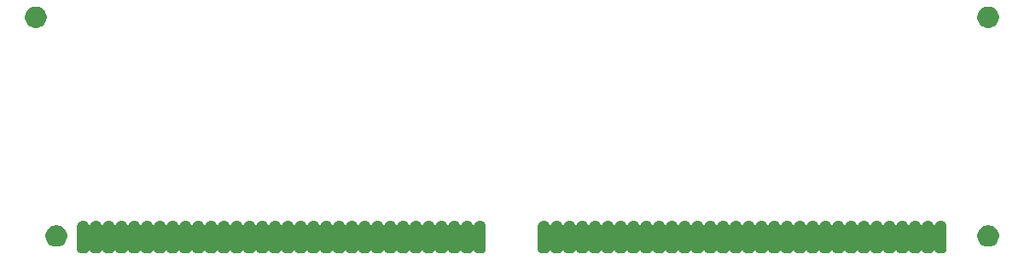
<source format=gbs>
G04 #@! TF.GenerationSoftware,KiCad,Pcbnew,(5.1.5-0-10_14)*
G04 #@! TF.CreationDate,2020-06-04T19:12:27-04:00*
G04 #@! TF.ProjectId,ROMSIMM,524f4d53-494d-44d2-9e6b-696361645f70,rev?*
G04 #@! TF.SameCoordinates,Original*
G04 #@! TF.FileFunction,Soldermask,Bot*
G04 #@! TF.FilePolarity,Negative*
%FSLAX46Y46*%
G04 Gerber Fmt 4.6, Leading zero omitted, Abs format (unit mm)*
G04 Created by KiCad (PCBNEW (5.1.5-0-10_14)) date 2020-06-04 19:12:27*
%MOMM*%
%LPD*%
G04 APERTURE LIST*
%ADD10C,0.100000*%
G04 APERTURE END LIST*
D10*
G36*
X78325114Y-124521202D02*
G01*
X78412594Y-124547739D01*
X78493210Y-124590829D01*
X78563876Y-124648824D01*
X78621871Y-124719490D01*
X78664961Y-124800106D01*
X78692154Y-124889750D01*
X78695905Y-124898805D01*
X78701350Y-124906955D01*
X78708281Y-124913886D01*
X78716431Y-124919331D01*
X78725486Y-124923082D01*
X78735099Y-124924994D01*
X78744901Y-124924994D01*
X78754514Y-124923082D01*
X78763569Y-124919331D01*
X78771719Y-124913886D01*
X78778650Y-124906955D01*
X78784095Y-124898805D01*
X78787846Y-124889750D01*
X78815039Y-124800106D01*
X78858129Y-124719490D01*
X78916124Y-124648824D01*
X78986790Y-124590829D01*
X79067406Y-124547739D01*
X79154886Y-124521202D01*
X79248314Y-124512000D01*
X79501686Y-124512000D01*
X79595114Y-124521202D01*
X79682594Y-124547739D01*
X79763210Y-124590829D01*
X79833876Y-124648824D01*
X79891871Y-124719490D01*
X79934961Y-124800106D01*
X79962154Y-124889750D01*
X79965905Y-124898805D01*
X79971350Y-124906955D01*
X79978281Y-124913886D01*
X79986431Y-124919331D01*
X79995486Y-124923082D01*
X80005099Y-124924994D01*
X80014901Y-124924994D01*
X80024514Y-124923082D01*
X80033569Y-124919331D01*
X80041719Y-124913886D01*
X80048650Y-124906955D01*
X80054095Y-124898805D01*
X80057846Y-124889750D01*
X80085039Y-124800106D01*
X80128129Y-124719490D01*
X80186124Y-124648824D01*
X80256790Y-124590829D01*
X80337406Y-124547739D01*
X80424886Y-124521202D01*
X80518314Y-124512000D01*
X80771686Y-124512000D01*
X80865114Y-124521202D01*
X80952594Y-124547739D01*
X81033210Y-124590829D01*
X81103876Y-124648824D01*
X81161871Y-124719490D01*
X81204961Y-124800106D01*
X81232154Y-124889750D01*
X81235905Y-124898805D01*
X81241350Y-124906955D01*
X81248281Y-124913886D01*
X81256431Y-124919331D01*
X81265486Y-124923082D01*
X81275099Y-124924994D01*
X81284901Y-124924994D01*
X81294514Y-124923082D01*
X81303569Y-124919331D01*
X81311719Y-124913886D01*
X81318650Y-124906955D01*
X81324095Y-124898805D01*
X81327846Y-124889750D01*
X81355039Y-124800106D01*
X81398129Y-124719490D01*
X81456124Y-124648824D01*
X81526790Y-124590829D01*
X81607406Y-124547739D01*
X81694886Y-124521202D01*
X81788314Y-124512000D01*
X82041686Y-124512000D01*
X82135114Y-124521202D01*
X82222594Y-124547739D01*
X82303210Y-124590829D01*
X82373876Y-124648824D01*
X82431871Y-124719490D01*
X82474961Y-124800106D01*
X82502154Y-124889750D01*
X82505905Y-124898805D01*
X82511350Y-124906955D01*
X82518281Y-124913886D01*
X82526431Y-124919331D01*
X82535486Y-124923082D01*
X82545099Y-124924994D01*
X82554901Y-124924994D01*
X82564514Y-124923082D01*
X82573569Y-124919331D01*
X82581719Y-124913886D01*
X82588650Y-124906955D01*
X82594095Y-124898805D01*
X82597846Y-124889750D01*
X82625039Y-124800106D01*
X82668129Y-124719490D01*
X82726124Y-124648824D01*
X82796790Y-124590829D01*
X82877406Y-124547739D01*
X82964886Y-124521202D01*
X83058314Y-124512000D01*
X83311686Y-124512000D01*
X83405114Y-124521202D01*
X83492594Y-124547739D01*
X83573210Y-124590829D01*
X83643876Y-124648824D01*
X83701871Y-124719490D01*
X83744961Y-124800106D01*
X83772154Y-124889750D01*
X83775905Y-124898805D01*
X83781350Y-124906955D01*
X83788281Y-124913886D01*
X83796431Y-124919331D01*
X83805486Y-124923082D01*
X83815099Y-124924994D01*
X83824901Y-124924994D01*
X83834514Y-124923082D01*
X83843569Y-124919331D01*
X83851719Y-124913886D01*
X83858650Y-124906955D01*
X83864095Y-124898805D01*
X83867846Y-124889750D01*
X83895039Y-124800106D01*
X83938129Y-124719490D01*
X83996124Y-124648824D01*
X84066790Y-124590829D01*
X84147406Y-124547739D01*
X84234886Y-124521202D01*
X84328314Y-124512000D01*
X84581686Y-124512000D01*
X84675114Y-124521202D01*
X84762594Y-124547739D01*
X84843210Y-124590829D01*
X84913876Y-124648824D01*
X84971871Y-124719490D01*
X85014961Y-124800106D01*
X85042154Y-124889750D01*
X85045905Y-124898805D01*
X85051350Y-124906955D01*
X85058281Y-124913886D01*
X85066431Y-124919331D01*
X85075486Y-124923082D01*
X85085099Y-124924994D01*
X85094901Y-124924994D01*
X85104514Y-124923082D01*
X85113569Y-124919331D01*
X85121719Y-124913886D01*
X85128650Y-124906955D01*
X85134095Y-124898805D01*
X85137846Y-124889750D01*
X85165039Y-124800106D01*
X85208129Y-124719490D01*
X85266124Y-124648824D01*
X85336790Y-124590829D01*
X85417406Y-124547739D01*
X85504886Y-124521202D01*
X85598314Y-124512000D01*
X85851686Y-124512000D01*
X85945114Y-124521202D01*
X86032594Y-124547739D01*
X86113210Y-124590829D01*
X86183876Y-124648824D01*
X86241871Y-124719490D01*
X86284961Y-124800106D01*
X86312154Y-124889750D01*
X86315905Y-124898805D01*
X86321350Y-124906955D01*
X86328281Y-124913886D01*
X86336431Y-124919331D01*
X86345486Y-124923082D01*
X86355099Y-124924994D01*
X86364901Y-124924994D01*
X86374514Y-124923082D01*
X86383569Y-124919331D01*
X86391719Y-124913886D01*
X86398650Y-124906955D01*
X86404095Y-124898805D01*
X86407846Y-124889750D01*
X86435039Y-124800106D01*
X86478129Y-124719490D01*
X86536124Y-124648824D01*
X86606790Y-124590829D01*
X86687406Y-124547739D01*
X86774886Y-124521202D01*
X86868314Y-124512000D01*
X87121686Y-124512000D01*
X87215114Y-124521202D01*
X87302594Y-124547739D01*
X87383210Y-124590829D01*
X87453876Y-124648824D01*
X87511871Y-124719490D01*
X87554961Y-124800106D01*
X87582154Y-124889750D01*
X87585905Y-124898805D01*
X87591350Y-124906955D01*
X87598281Y-124913886D01*
X87606431Y-124919331D01*
X87615486Y-124923082D01*
X87625099Y-124924994D01*
X87634901Y-124924994D01*
X87644514Y-124923082D01*
X87653569Y-124919331D01*
X87661719Y-124913886D01*
X87668650Y-124906955D01*
X87674095Y-124898805D01*
X87677846Y-124889750D01*
X87705039Y-124800106D01*
X87748129Y-124719490D01*
X87806124Y-124648824D01*
X87876790Y-124590829D01*
X87957406Y-124547739D01*
X88044886Y-124521202D01*
X88138314Y-124512000D01*
X88391686Y-124512000D01*
X88485114Y-124521202D01*
X88572594Y-124547739D01*
X88653210Y-124590829D01*
X88723876Y-124648824D01*
X88781871Y-124719490D01*
X88824961Y-124800106D01*
X88852154Y-124889750D01*
X88855905Y-124898805D01*
X88861350Y-124906955D01*
X88868281Y-124913886D01*
X88876431Y-124919331D01*
X88885486Y-124923082D01*
X88895099Y-124924994D01*
X88904901Y-124924994D01*
X88914514Y-124923082D01*
X88923569Y-124919331D01*
X88931719Y-124913886D01*
X88938650Y-124906955D01*
X88944095Y-124898805D01*
X88947846Y-124889750D01*
X88975039Y-124800106D01*
X89018129Y-124719490D01*
X89076124Y-124648824D01*
X89146790Y-124590829D01*
X89227406Y-124547739D01*
X89314886Y-124521202D01*
X89408314Y-124512000D01*
X89661686Y-124512000D01*
X89755114Y-124521202D01*
X89842594Y-124547739D01*
X89923210Y-124590829D01*
X89993876Y-124648824D01*
X90051871Y-124719490D01*
X90094961Y-124800106D01*
X90122154Y-124889750D01*
X90125905Y-124898805D01*
X90131350Y-124906955D01*
X90138281Y-124913886D01*
X90146431Y-124919331D01*
X90155486Y-124923082D01*
X90165099Y-124924994D01*
X90174901Y-124924994D01*
X90184514Y-124923082D01*
X90193569Y-124919331D01*
X90201719Y-124913886D01*
X90208650Y-124906955D01*
X90214095Y-124898805D01*
X90217846Y-124889750D01*
X90245039Y-124800106D01*
X90288129Y-124719490D01*
X90346124Y-124648824D01*
X90416790Y-124590829D01*
X90497406Y-124547739D01*
X90584886Y-124521202D01*
X90678314Y-124512000D01*
X90931686Y-124512000D01*
X91025114Y-124521202D01*
X91112594Y-124547739D01*
X91193210Y-124590829D01*
X91263876Y-124648824D01*
X91321871Y-124719490D01*
X91364961Y-124800106D01*
X91392154Y-124889750D01*
X91395905Y-124898805D01*
X91401350Y-124906955D01*
X91408281Y-124913886D01*
X91416431Y-124919331D01*
X91425486Y-124923082D01*
X91435099Y-124924994D01*
X91444901Y-124924994D01*
X91454514Y-124923082D01*
X91463569Y-124919331D01*
X91471719Y-124913886D01*
X91478650Y-124906955D01*
X91484095Y-124898805D01*
X91487846Y-124889750D01*
X91515039Y-124800106D01*
X91558129Y-124719490D01*
X91616124Y-124648824D01*
X91686790Y-124590829D01*
X91767406Y-124547739D01*
X91854886Y-124521202D01*
X91948314Y-124512000D01*
X92201686Y-124512000D01*
X92295114Y-124521202D01*
X92382594Y-124547739D01*
X92463210Y-124590829D01*
X92533876Y-124648824D01*
X92591871Y-124719490D01*
X92634961Y-124800106D01*
X92662154Y-124889750D01*
X92665905Y-124898805D01*
X92671350Y-124906955D01*
X92678281Y-124913886D01*
X92686431Y-124919331D01*
X92695486Y-124923082D01*
X92705099Y-124924994D01*
X92714901Y-124924994D01*
X92724514Y-124923082D01*
X92733569Y-124919331D01*
X92741719Y-124913886D01*
X92748650Y-124906955D01*
X92754095Y-124898805D01*
X92757846Y-124889750D01*
X92785039Y-124800106D01*
X92828129Y-124719490D01*
X92886124Y-124648824D01*
X92956790Y-124590829D01*
X93037406Y-124547739D01*
X93124886Y-124521202D01*
X93218314Y-124512000D01*
X93471686Y-124512000D01*
X93565114Y-124521202D01*
X93652594Y-124547739D01*
X93733210Y-124590829D01*
X93803876Y-124648824D01*
X93861871Y-124719490D01*
X93904961Y-124800106D01*
X93932154Y-124889750D01*
X93935905Y-124898805D01*
X93941350Y-124906955D01*
X93948281Y-124913886D01*
X93956431Y-124919331D01*
X93965486Y-124923082D01*
X93975099Y-124924994D01*
X93984901Y-124924994D01*
X93994514Y-124923082D01*
X94003569Y-124919331D01*
X94011719Y-124913886D01*
X94018650Y-124906955D01*
X94024095Y-124898805D01*
X94027846Y-124889750D01*
X94055039Y-124800106D01*
X94098129Y-124719490D01*
X94156124Y-124648824D01*
X94226790Y-124590829D01*
X94307406Y-124547739D01*
X94394886Y-124521202D01*
X94488314Y-124512000D01*
X94741686Y-124512000D01*
X94835114Y-124521202D01*
X94922594Y-124547739D01*
X95003210Y-124590829D01*
X95073876Y-124648824D01*
X95131871Y-124719490D01*
X95174961Y-124800106D01*
X95202154Y-124889750D01*
X95205905Y-124898805D01*
X95211350Y-124906955D01*
X95218281Y-124913886D01*
X95226431Y-124919331D01*
X95235486Y-124923082D01*
X95245099Y-124924994D01*
X95254901Y-124924994D01*
X95264514Y-124923082D01*
X95273569Y-124919331D01*
X95281719Y-124913886D01*
X95288650Y-124906955D01*
X95294095Y-124898805D01*
X95297846Y-124889750D01*
X95325039Y-124800106D01*
X95368129Y-124719490D01*
X95426124Y-124648824D01*
X95496790Y-124590829D01*
X95577406Y-124547739D01*
X95664886Y-124521202D01*
X95758314Y-124512000D01*
X96011686Y-124512000D01*
X96105114Y-124521202D01*
X96192594Y-124547739D01*
X96273210Y-124590829D01*
X96343876Y-124648824D01*
X96401871Y-124719490D01*
X96444961Y-124800106D01*
X96472154Y-124889750D01*
X96475905Y-124898805D01*
X96481350Y-124906955D01*
X96488281Y-124913886D01*
X96496431Y-124919331D01*
X96505486Y-124923082D01*
X96515099Y-124924994D01*
X96524901Y-124924994D01*
X96534514Y-124923082D01*
X96543569Y-124919331D01*
X96551719Y-124913886D01*
X96558650Y-124906955D01*
X96564095Y-124898805D01*
X96567846Y-124889750D01*
X96595039Y-124800106D01*
X96638129Y-124719490D01*
X96696124Y-124648824D01*
X96766790Y-124590829D01*
X96847406Y-124547739D01*
X96934886Y-124521202D01*
X97028314Y-124512000D01*
X97281686Y-124512000D01*
X97375114Y-124521202D01*
X97462594Y-124547739D01*
X97543210Y-124590829D01*
X97613876Y-124648824D01*
X97671871Y-124719490D01*
X97714961Y-124800106D01*
X97742154Y-124889750D01*
X97745905Y-124898805D01*
X97751350Y-124906955D01*
X97758281Y-124913886D01*
X97766431Y-124919331D01*
X97775486Y-124923082D01*
X97785099Y-124924994D01*
X97794901Y-124924994D01*
X97804514Y-124923082D01*
X97813569Y-124919331D01*
X97821719Y-124913886D01*
X97828650Y-124906955D01*
X97834095Y-124898805D01*
X97837846Y-124889750D01*
X97865039Y-124800106D01*
X97908129Y-124719490D01*
X97966124Y-124648824D01*
X98036790Y-124590829D01*
X98117406Y-124547739D01*
X98204886Y-124521202D01*
X98298314Y-124512000D01*
X98551686Y-124512000D01*
X98645114Y-124521202D01*
X98732594Y-124547739D01*
X98813210Y-124590829D01*
X98883876Y-124648824D01*
X98941871Y-124719490D01*
X98984961Y-124800106D01*
X99012154Y-124889750D01*
X99015905Y-124898805D01*
X99021350Y-124906955D01*
X99028281Y-124913886D01*
X99036431Y-124919331D01*
X99045486Y-124923082D01*
X99055099Y-124924994D01*
X99064901Y-124924994D01*
X99074514Y-124923082D01*
X99083569Y-124919331D01*
X99091719Y-124913886D01*
X99098650Y-124906955D01*
X99104095Y-124898805D01*
X99107846Y-124889750D01*
X99135039Y-124800106D01*
X99178129Y-124719490D01*
X99236124Y-124648824D01*
X99306790Y-124590829D01*
X99387406Y-124547739D01*
X99474886Y-124521202D01*
X99568314Y-124512000D01*
X99821686Y-124512000D01*
X99915114Y-124521202D01*
X100002594Y-124547739D01*
X100083210Y-124590829D01*
X100153876Y-124648824D01*
X100211871Y-124719490D01*
X100254961Y-124800106D01*
X100282154Y-124889750D01*
X100285905Y-124898805D01*
X100291350Y-124906955D01*
X100298281Y-124913886D01*
X100306431Y-124919331D01*
X100315486Y-124923082D01*
X100325099Y-124924994D01*
X100334901Y-124924994D01*
X100344514Y-124923082D01*
X100353569Y-124919331D01*
X100361719Y-124913886D01*
X100368650Y-124906955D01*
X100374095Y-124898805D01*
X100377846Y-124889750D01*
X100405039Y-124800106D01*
X100448129Y-124719490D01*
X100506124Y-124648824D01*
X100576790Y-124590829D01*
X100657406Y-124547739D01*
X100744886Y-124521202D01*
X100838314Y-124512000D01*
X101091686Y-124512000D01*
X101185114Y-124521202D01*
X101272594Y-124547739D01*
X101353210Y-124590829D01*
X101423876Y-124648824D01*
X101481871Y-124719490D01*
X101524961Y-124800106D01*
X101552154Y-124889750D01*
X101555905Y-124898805D01*
X101561350Y-124906955D01*
X101568281Y-124913886D01*
X101576431Y-124919331D01*
X101585486Y-124923082D01*
X101595099Y-124924994D01*
X101604901Y-124924994D01*
X101614514Y-124923082D01*
X101623569Y-124919331D01*
X101631719Y-124913886D01*
X101638650Y-124906955D01*
X101644095Y-124898805D01*
X101647846Y-124889750D01*
X101675039Y-124800106D01*
X101718129Y-124719490D01*
X101776124Y-124648824D01*
X101846790Y-124590829D01*
X101927406Y-124547739D01*
X102014886Y-124521202D01*
X102108314Y-124512000D01*
X102361686Y-124512000D01*
X102455114Y-124521202D01*
X102542594Y-124547739D01*
X102623210Y-124590829D01*
X102693876Y-124648824D01*
X102751871Y-124719490D01*
X102794961Y-124800106D01*
X102822154Y-124889750D01*
X102825905Y-124898805D01*
X102831350Y-124906955D01*
X102838281Y-124913886D01*
X102846431Y-124919331D01*
X102855486Y-124923082D01*
X102865099Y-124924994D01*
X102874901Y-124924994D01*
X102884514Y-124923082D01*
X102893569Y-124919331D01*
X102901719Y-124913886D01*
X102908650Y-124906955D01*
X102914095Y-124898805D01*
X102917846Y-124889750D01*
X102945039Y-124800106D01*
X102988129Y-124719490D01*
X103046124Y-124648824D01*
X103116790Y-124590829D01*
X103197406Y-124547739D01*
X103284886Y-124521202D01*
X103378314Y-124512000D01*
X103631686Y-124512000D01*
X103725114Y-124521202D01*
X103812594Y-124547739D01*
X103893210Y-124590829D01*
X103963876Y-124648824D01*
X104021871Y-124719490D01*
X104064961Y-124800106D01*
X104092154Y-124889750D01*
X104095905Y-124898805D01*
X104101350Y-124906955D01*
X104108281Y-124913886D01*
X104116431Y-124919331D01*
X104125486Y-124923082D01*
X104135099Y-124924994D01*
X104144901Y-124924994D01*
X104154514Y-124923082D01*
X104163569Y-124919331D01*
X104171719Y-124913886D01*
X104178650Y-124906955D01*
X104184095Y-124898805D01*
X104187846Y-124889750D01*
X104215039Y-124800106D01*
X104258129Y-124719490D01*
X104316124Y-124648824D01*
X104386790Y-124590829D01*
X104467406Y-124547739D01*
X104554886Y-124521202D01*
X104648314Y-124512000D01*
X104901686Y-124512000D01*
X104995114Y-124521202D01*
X105082594Y-124547739D01*
X105163210Y-124590829D01*
X105233876Y-124648824D01*
X105291871Y-124719490D01*
X105334961Y-124800106D01*
X105362154Y-124889750D01*
X105365905Y-124898805D01*
X105371350Y-124906955D01*
X105378281Y-124913886D01*
X105386431Y-124919331D01*
X105395486Y-124923082D01*
X105405099Y-124924994D01*
X105414901Y-124924994D01*
X105424514Y-124923082D01*
X105433569Y-124919331D01*
X105441719Y-124913886D01*
X105448650Y-124906955D01*
X105454095Y-124898805D01*
X105457846Y-124889750D01*
X105485039Y-124800106D01*
X105528129Y-124719490D01*
X105586124Y-124648824D01*
X105656790Y-124590829D01*
X105737406Y-124547739D01*
X105824886Y-124521202D01*
X105918314Y-124512000D01*
X106171686Y-124512000D01*
X106265114Y-124521202D01*
X106352594Y-124547739D01*
X106433210Y-124590829D01*
X106503876Y-124648824D01*
X106561871Y-124719490D01*
X106604961Y-124800106D01*
X106632154Y-124889750D01*
X106635905Y-124898805D01*
X106641350Y-124906955D01*
X106648281Y-124913886D01*
X106656431Y-124919331D01*
X106665486Y-124923082D01*
X106675099Y-124924994D01*
X106684901Y-124924994D01*
X106694514Y-124923082D01*
X106703569Y-124919331D01*
X106711719Y-124913886D01*
X106718650Y-124906955D01*
X106724095Y-124898805D01*
X106727846Y-124889750D01*
X106755039Y-124800106D01*
X106798129Y-124719490D01*
X106856124Y-124648824D01*
X106926790Y-124590829D01*
X107007406Y-124547739D01*
X107094886Y-124521202D01*
X107188314Y-124512000D01*
X107441686Y-124512000D01*
X107535114Y-124521202D01*
X107622594Y-124547739D01*
X107703210Y-124590829D01*
X107773876Y-124648824D01*
X107831871Y-124719490D01*
X107874961Y-124800106D01*
X107902154Y-124889750D01*
X107905905Y-124898805D01*
X107911350Y-124906955D01*
X107918281Y-124913886D01*
X107926431Y-124919331D01*
X107935486Y-124923082D01*
X107945099Y-124924994D01*
X107954901Y-124924994D01*
X107964514Y-124923082D01*
X107973569Y-124919331D01*
X107981719Y-124913886D01*
X107988650Y-124906955D01*
X107994095Y-124898805D01*
X107997846Y-124889750D01*
X108025039Y-124800106D01*
X108068129Y-124719490D01*
X108126124Y-124648824D01*
X108196790Y-124590829D01*
X108277406Y-124547739D01*
X108364886Y-124521202D01*
X108458314Y-124512000D01*
X108711686Y-124512000D01*
X108805114Y-124521202D01*
X108892594Y-124547739D01*
X108973210Y-124590829D01*
X109043876Y-124648824D01*
X109101871Y-124719490D01*
X109144961Y-124800106D01*
X109172154Y-124889750D01*
X109175905Y-124898805D01*
X109181350Y-124906955D01*
X109188281Y-124913886D01*
X109196431Y-124919331D01*
X109205486Y-124923082D01*
X109215099Y-124924994D01*
X109224901Y-124924994D01*
X109234514Y-124923082D01*
X109243569Y-124919331D01*
X109251719Y-124913886D01*
X109258650Y-124906955D01*
X109264095Y-124898805D01*
X109267846Y-124889750D01*
X109295039Y-124800106D01*
X109338129Y-124719490D01*
X109396124Y-124648824D01*
X109466790Y-124590829D01*
X109547406Y-124547739D01*
X109634886Y-124521202D01*
X109728314Y-124512000D01*
X109981686Y-124512000D01*
X110075114Y-124521202D01*
X110162594Y-124547739D01*
X110243210Y-124590829D01*
X110313876Y-124648824D01*
X110371871Y-124719490D01*
X110414961Y-124800106D01*
X110442154Y-124889750D01*
X110445905Y-124898805D01*
X110451350Y-124906955D01*
X110458281Y-124913886D01*
X110466431Y-124919331D01*
X110475486Y-124923082D01*
X110485099Y-124924994D01*
X110494901Y-124924994D01*
X110504514Y-124923082D01*
X110513569Y-124919331D01*
X110521719Y-124913886D01*
X110528650Y-124906955D01*
X110534095Y-124898805D01*
X110537846Y-124889750D01*
X110565039Y-124800106D01*
X110608129Y-124719490D01*
X110666124Y-124648824D01*
X110736790Y-124590829D01*
X110817406Y-124547739D01*
X110904886Y-124521202D01*
X110998314Y-124512000D01*
X111251686Y-124512000D01*
X111345114Y-124521202D01*
X111432594Y-124547739D01*
X111513210Y-124590829D01*
X111583876Y-124648824D01*
X111641871Y-124719490D01*
X111684961Y-124800106D01*
X111712154Y-124889750D01*
X111715905Y-124898805D01*
X111721350Y-124906955D01*
X111728281Y-124913886D01*
X111736431Y-124919331D01*
X111745486Y-124923082D01*
X111755099Y-124924994D01*
X111764901Y-124924994D01*
X111774514Y-124923082D01*
X111783569Y-124919331D01*
X111791719Y-124913886D01*
X111798650Y-124906955D01*
X111804095Y-124898805D01*
X111807846Y-124889750D01*
X111835039Y-124800106D01*
X111878129Y-124719490D01*
X111936124Y-124648824D01*
X112006790Y-124590829D01*
X112087406Y-124547739D01*
X112174886Y-124521202D01*
X112268314Y-124512000D01*
X112521686Y-124512000D01*
X112615114Y-124521202D01*
X112702594Y-124547739D01*
X112783210Y-124590829D01*
X112853876Y-124648824D01*
X112911871Y-124719490D01*
X112954961Y-124800106D01*
X112982154Y-124889750D01*
X112985905Y-124898805D01*
X112991350Y-124906955D01*
X112998281Y-124913886D01*
X113006431Y-124919331D01*
X113015486Y-124923082D01*
X113025099Y-124924994D01*
X113034901Y-124924994D01*
X113044514Y-124923082D01*
X113053569Y-124919331D01*
X113061719Y-124913886D01*
X113068650Y-124906955D01*
X113074095Y-124898805D01*
X113077846Y-124889750D01*
X113105039Y-124800106D01*
X113148129Y-124719490D01*
X113206124Y-124648824D01*
X113276790Y-124590829D01*
X113357406Y-124547739D01*
X113444886Y-124521202D01*
X113538314Y-124512000D01*
X113791686Y-124512000D01*
X113885114Y-124521202D01*
X113972594Y-124547739D01*
X114053210Y-124590829D01*
X114123876Y-124648824D01*
X114181871Y-124719490D01*
X114224961Y-124800106D01*
X114252154Y-124889750D01*
X114255905Y-124898805D01*
X114261350Y-124906955D01*
X114268281Y-124913886D01*
X114276431Y-124919331D01*
X114285486Y-124923082D01*
X114295099Y-124924994D01*
X114304901Y-124924994D01*
X114314514Y-124923082D01*
X114323569Y-124919331D01*
X114331719Y-124913886D01*
X114338650Y-124906955D01*
X114344095Y-124898805D01*
X114347846Y-124889750D01*
X114375039Y-124800106D01*
X114418129Y-124719490D01*
X114476124Y-124648824D01*
X114546790Y-124590829D01*
X114627406Y-124547739D01*
X114714886Y-124521202D01*
X114808314Y-124512000D01*
X115061686Y-124512000D01*
X115155114Y-124521202D01*
X115242594Y-124547739D01*
X115323210Y-124590829D01*
X115393876Y-124648824D01*
X115451871Y-124719490D01*
X115494961Y-124800106D01*
X115522154Y-124889750D01*
X115525905Y-124898805D01*
X115531350Y-124906955D01*
X115538281Y-124913886D01*
X115546431Y-124919331D01*
X115555486Y-124923082D01*
X115565099Y-124924994D01*
X115574901Y-124924994D01*
X115584514Y-124923082D01*
X115593569Y-124919331D01*
X115601719Y-124913886D01*
X115608650Y-124906955D01*
X115614095Y-124898805D01*
X115617846Y-124889750D01*
X115645039Y-124800106D01*
X115688129Y-124719490D01*
X115746124Y-124648824D01*
X115816790Y-124590829D01*
X115897406Y-124547739D01*
X115984886Y-124521202D01*
X116078314Y-124512000D01*
X116331686Y-124512000D01*
X116425114Y-124521202D01*
X116512594Y-124547739D01*
X116593210Y-124590829D01*
X116663876Y-124648824D01*
X116721871Y-124719490D01*
X116764961Y-124800106D01*
X116792154Y-124889750D01*
X116795905Y-124898805D01*
X116801350Y-124906955D01*
X116808281Y-124913886D01*
X116816431Y-124919331D01*
X116825486Y-124923082D01*
X116835099Y-124924994D01*
X116844901Y-124924994D01*
X116854514Y-124923082D01*
X116863569Y-124919331D01*
X116871719Y-124913886D01*
X116878650Y-124906955D01*
X116884095Y-124898805D01*
X116887846Y-124889750D01*
X116915039Y-124800106D01*
X116958129Y-124719490D01*
X117016124Y-124648824D01*
X117086790Y-124590829D01*
X117167406Y-124547739D01*
X117254886Y-124521202D01*
X117348314Y-124512000D01*
X117601686Y-124512000D01*
X117695114Y-124521202D01*
X117782594Y-124547739D01*
X117863210Y-124590829D01*
X117933876Y-124648824D01*
X117991871Y-124719490D01*
X118034961Y-124800106D01*
X118061498Y-124887586D01*
X118070700Y-124981014D01*
X118070700Y-127240986D01*
X118061498Y-127334414D01*
X118034961Y-127421894D01*
X117991871Y-127502510D01*
X117933876Y-127573176D01*
X117863210Y-127631171D01*
X117782594Y-127674261D01*
X117695114Y-127700798D01*
X117601686Y-127710000D01*
X117348314Y-127710000D01*
X117254886Y-127700798D01*
X117167406Y-127674261D01*
X117086790Y-127631171D01*
X117016124Y-127573176D01*
X116958129Y-127502510D01*
X116915039Y-127421894D01*
X116887846Y-127332250D01*
X116884095Y-127323195D01*
X116878650Y-127315045D01*
X116871719Y-127308114D01*
X116863569Y-127302669D01*
X116854514Y-127298918D01*
X116844901Y-127297006D01*
X116835099Y-127297006D01*
X116825486Y-127298918D01*
X116816431Y-127302669D01*
X116808281Y-127308114D01*
X116801350Y-127315045D01*
X116795905Y-127323195D01*
X116792154Y-127332250D01*
X116764961Y-127421894D01*
X116721871Y-127502510D01*
X116663876Y-127573176D01*
X116593210Y-127631171D01*
X116512594Y-127674261D01*
X116425114Y-127700798D01*
X116331686Y-127710000D01*
X116078314Y-127710000D01*
X115984886Y-127700798D01*
X115897406Y-127674261D01*
X115816790Y-127631171D01*
X115746124Y-127573176D01*
X115688129Y-127502510D01*
X115645039Y-127421894D01*
X115617846Y-127332250D01*
X115614095Y-127323195D01*
X115608650Y-127315045D01*
X115601719Y-127308114D01*
X115593569Y-127302669D01*
X115584514Y-127298918D01*
X115574901Y-127297006D01*
X115565099Y-127297006D01*
X115555486Y-127298918D01*
X115546431Y-127302669D01*
X115538281Y-127308114D01*
X115531350Y-127315045D01*
X115525905Y-127323195D01*
X115522154Y-127332250D01*
X115494961Y-127421894D01*
X115451871Y-127502510D01*
X115393876Y-127573176D01*
X115323210Y-127631171D01*
X115242594Y-127674261D01*
X115155114Y-127700798D01*
X115061686Y-127710000D01*
X114808314Y-127710000D01*
X114714886Y-127700798D01*
X114627406Y-127674261D01*
X114546790Y-127631171D01*
X114476124Y-127573176D01*
X114418129Y-127502510D01*
X114375039Y-127421894D01*
X114347846Y-127332250D01*
X114344095Y-127323195D01*
X114338650Y-127315045D01*
X114331719Y-127308114D01*
X114323569Y-127302669D01*
X114314514Y-127298918D01*
X114304901Y-127297006D01*
X114295099Y-127297006D01*
X114285486Y-127298918D01*
X114276431Y-127302669D01*
X114268281Y-127308114D01*
X114261350Y-127315045D01*
X114255905Y-127323195D01*
X114252154Y-127332250D01*
X114224961Y-127421894D01*
X114181871Y-127502510D01*
X114123876Y-127573176D01*
X114053210Y-127631171D01*
X113972594Y-127674261D01*
X113885114Y-127700798D01*
X113791686Y-127710000D01*
X113538314Y-127710000D01*
X113444886Y-127700798D01*
X113357406Y-127674261D01*
X113276790Y-127631171D01*
X113206124Y-127573176D01*
X113148129Y-127502510D01*
X113105039Y-127421894D01*
X113077846Y-127332250D01*
X113074095Y-127323195D01*
X113068650Y-127315045D01*
X113061719Y-127308114D01*
X113053569Y-127302669D01*
X113044514Y-127298918D01*
X113034901Y-127297006D01*
X113025099Y-127297006D01*
X113015486Y-127298918D01*
X113006431Y-127302669D01*
X112998281Y-127308114D01*
X112991350Y-127315045D01*
X112985905Y-127323195D01*
X112982154Y-127332250D01*
X112954961Y-127421894D01*
X112911871Y-127502510D01*
X112853876Y-127573176D01*
X112783210Y-127631171D01*
X112702594Y-127674261D01*
X112615114Y-127700798D01*
X112521686Y-127710000D01*
X112268314Y-127710000D01*
X112174886Y-127700798D01*
X112087406Y-127674261D01*
X112006790Y-127631171D01*
X111936124Y-127573176D01*
X111878129Y-127502510D01*
X111835039Y-127421894D01*
X111807846Y-127332250D01*
X111804095Y-127323195D01*
X111798650Y-127315045D01*
X111791719Y-127308114D01*
X111783569Y-127302669D01*
X111774514Y-127298918D01*
X111764901Y-127297006D01*
X111755099Y-127297006D01*
X111745486Y-127298918D01*
X111736431Y-127302669D01*
X111728281Y-127308114D01*
X111721350Y-127315045D01*
X111715905Y-127323195D01*
X111712154Y-127332250D01*
X111684961Y-127421894D01*
X111641871Y-127502510D01*
X111583876Y-127573176D01*
X111513210Y-127631171D01*
X111432594Y-127674261D01*
X111345114Y-127700798D01*
X111251686Y-127710000D01*
X110998314Y-127710000D01*
X110904886Y-127700798D01*
X110817406Y-127674261D01*
X110736790Y-127631171D01*
X110666124Y-127573176D01*
X110608129Y-127502510D01*
X110565039Y-127421894D01*
X110537846Y-127332250D01*
X110534095Y-127323195D01*
X110528650Y-127315045D01*
X110521719Y-127308114D01*
X110513569Y-127302669D01*
X110504514Y-127298918D01*
X110494901Y-127297006D01*
X110485099Y-127297006D01*
X110475486Y-127298918D01*
X110466431Y-127302669D01*
X110458281Y-127308114D01*
X110451350Y-127315045D01*
X110445905Y-127323195D01*
X110442154Y-127332250D01*
X110414961Y-127421894D01*
X110371871Y-127502510D01*
X110313876Y-127573176D01*
X110243210Y-127631171D01*
X110162594Y-127674261D01*
X110075114Y-127700798D01*
X109981686Y-127710000D01*
X109728314Y-127710000D01*
X109634886Y-127700798D01*
X109547406Y-127674261D01*
X109466790Y-127631171D01*
X109396124Y-127573176D01*
X109338129Y-127502510D01*
X109295039Y-127421894D01*
X109267846Y-127332250D01*
X109264095Y-127323195D01*
X109258650Y-127315045D01*
X109251719Y-127308114D01*
X109243569Y-127302669D01*
X109234514Y-127298918D01*
X109224901Y-127297006D01*
X109215099Y-127297006D01*
X109205486Y-127298918D01*
X109196431Y-127302669D01*
X109188281Y-127308114D01*
X109181350Y-127315045D01*
X109175905Y-127323195D01*
X109172154Y-127332250D01*
X109144961Y-127421894D01*
X109101871Y-127502510D01*
X109043876Y-127573176D01*
X108973210Y-127631171D01*
X108892594Y-127674261D01*
X108805114Y-127700798D01*
X108711686Y-127710000D01*
X108458314Y-127710000D01*
X108364886Y-127700798D01*
X108277406Y-127674261D01*
X108196790Y-127631171D01*
X108126124Y-127573176D01*
X108068129Y-127502510D01*
X108025039Y-127421894D01*
X107997846Y-127332250D01*
X107994095Y-127323195D01*
X107988650Y-127315045D01*
X107981719Y-127308114D01*
X107973569Y-127302669D01*
X107964514Y-127298918D01*
X107954901Y-127297006D01*
X107945099Y-127297006D01*
X107935486Y-127298918D01*
X107926431Y-127302669D01*
X107918281Y-127308114D01*
X107911350Y-127315045D01*
X107905905Y-127323195D01*
X107902154Y-127332250D01*
X107874961Y-127421894D01*
X107831871Y-127502510D01*
X107773876Y-127573176D01*
X107703210Y-127631171D01*
X107622594Y-127674261D01*
X107535114Y-127700798D01*
X107441686Y-127710000D01*
X107188314Y-127710000D01*
X107094886Y-127700798D01*
X107007406Y-127674261D01*
X106926790Y-127631171D01*
X106856124Y-127573176D01*
X106798129Y-127502510D01*
X106755039Y-127421894D01*
X106727846Y-127332250D01*
X106724095Y-127323195D01*
X106718650Y-127315045D01*
X106711719Y-127308114D01*
X106703569Y-127302669D01*
X106694514Y-127298918D01*
X106684901Y-127297006D01*
X106675099Y-127297006D01*
X106665486Y-127298918D01*
X106656431Y-127302669D01*
X106648281Y-127308114D01*
X106641350Y-127315045D01*
X106635905Y-127323195D01*
X106632154Y-127332250D01*
X106604961Y-127421894D01*
X106561871Y-127502510D01*
X106503876Y-127573176D01*
X106433210Y-127631171D01*
X106352594Y-127674261D01*
X106265114Y-127700798D01*
X106171686Y-127710000D01*
X105918314Y-127710000D01*
X105824886Y-127700798D01*
X105737406Y-127674261D01*
X105656790Y-127631171D01*
X105586124Y-127573176D01*
X105528129Y-127502510D01*
X105485039Y-127421894D01*
X105457846Y-127332250D01*
X105454095Y-127323195D01*
X105448650Y-127315045D01*
X105441719Y-127308114D01*
X105433569Y-127302669D01*
X105424514Y-127298918D01*
X105414901Y-127297006D01*
X105405099Y-127297006D01*
X105395486Y-127298918D01*
X105386431Y-127302669D01*
X105378281Y-127308114D01*
X105371350Y-127315045D01*
X105365905Y-127323195D01*
X105362154Y-127332250D01*
X105334961Y-127421894D01*
X105291871Y-127502510D01*
X105233876Y-127573176D01*
X105163210Y-127631171D01*
X105082594Y-127674261D01*
X104995114Y-127700798D01*
X104901686Y-127710000D01*
X104648314Y-127710000D01*
X104554886Y-127700798D01*
X104467406Y-127674261D01*
X104386790Y-127631171D01*
X104316124Y-127573176D01*
X104258129Y-127502510D01*
X104215039Y-127421894D01*
X104187846Y-127332250D01*
X104184095Y-127323195D01*
X104178650Y-127315045D01*
X104171719Y-127308114D01*
X104163569Y-127302669D01*
X104154514Y-127298918D01*
X104144901Y-127297006D01*
X104135099Y-127297006D01*
X104125486Y-127298918D01*
X104116431Y-127302669D01*
X104108281Y-127308114D01*
X104101350Y-127315045D01*
X104095905Y-127323195D01*
X104092154Y-127332250D01*
X104064961Y-127421894D01*
X104021871Y-127502510D01*
X103963876Y-127573176D01*
X103893210Y-127631171D01*
X103812594Y-127674261D01*
X103725114Y-127700798D01*
X103631686Y-127710000D01*
X103378314Y-127710000D01*
X103284886Y-127700798D01*
X103197406Y-127674261D01*
X103116790Y-127631171D01*
X103046124Y-127573176D01*
X102988129Y-127502510D01*
X102945039Y-127421894D01*
X102917846Y-127332250D01*
X102914095Y-127323195D01*
X102908650Y-127315045D01*
X102901719Y-127308114D01*
X102893569Y-127302669D01*
X102884514Y-127298918D01*
X102874901Y-127297006D01*
X102865099Y-127297006D01*
X102855486Y-127298918D01*
X102846431Y-127302669D01*
X102838281Y-127308114D01*
X102831350Y-127315045D01*
X102825905Y-127323195D01*
X102822154Y-127332250D01*
X102794961Y-127421894D01*
X102751871Y-127502510D01*
X102693876Y-127573176D01*
X102623210Y-127631171D01*
X102542594Y-127674261D01*
X102455114Y-127700798D01*
X102361686Y-127710000D01*
X102108314Y-127710000D01*
X102014886Y-127700798D01*
X101927406Y-127674261D01*
X101846790Y-127631171D01*
X101776124Y-127573176D01*
X101718129Y-127502510D01*
X101675039Y-127421894D01*
X101647846Y-127332250D01*
X101644095Y-127323195D01*
X101638650Y-127315045D01*
X101631719Y-127308114D01*
X101623569Y-127302669D01*
X101614514Y-127298918D01*
X101604901Y-127297006D01*
X101595099Y-127297006D01*
X101585486Y-127298918D01*
X101576431Y-127302669D01*
X101568281Y-127308114D01*
X101561350Y-127315045D01*
X101555905Y-127323195D01*
X101552154Y-127332250D01*
X101524961Y-127421894D01*
X101481871Y-127502510D01*
X101423876Y-127573176D01*
X101353210Y-127631171D01*
X101272594Y-127674261D01*
X101185114Y-127700798D01*
X101091686Y-127710000D01*
X100838314Y-127710000D01*
X100744886Y-127700798D01*
X100657406Y-127674261D01*
X100576790Y-127631171D01*
X100506124Y-127573176D01*
X100448129Y-127502510D01*
X100405039Y-127421894D01*
X100377846Y-127332250D01*
X100374095Y-127323195D01*
X100368650Y-127315045D01*
X100361719Y-127308114D01*
X100353569Y-127302669D01*
X100344514Y-127298918D01*
X100334901Y-127297006D01*
X100325099Y-127297006D01*
X100315486Y-127298918D01*
X100306431Y-127302669D01*
X100298281Y-127308114D01*
X100291350Y-127315045D01*
X100285905Y-127323195D01*
X100282154Y-127332250D01*
X100254961Y-127421894D01*
X100211871Y-127502510D01*
X100153876Y-127573176D01*
X100083210Y-127631171D01*
X100002594Y-127674261D01*
X99915114Y-127700798D01*
X99821686Y-127710000D01*
X99568314Y-127710000D01*
X99474886Y-127700798D01*
X99387406Y-127674261D01*
X99306790Y-127631171D01*
X99236124Y-127573176D01*
X99178129Y-127502510D01*
X99135039Y-127421894D01*
X99107846Y-127332250D01*
X99104095Y-127323195D01*
X99098650Y-127315045D01*
X99091719Y-127308114D01*
X99083569Y-127302669D01*
X99074514Y-127298918D01*
X99064901Y-127297006D01*
X99055099Y-127297006D01*
X99045486Y-127298918D01*
X99036431Y-127302669D01*
X99028281Y-127308114D01*
X99021350Y-127315045D01*
X99015905Y-127323195D01*
X99012154Y-127332250D01*
X98984961Y-127421894D01*
X98941871Y-127502510D01*
X98883876Y-127573176D01*
X98813210Y-127631171D01*
X98732594Y-127674261D01*
X98645114Y-127700798D01*
X98551686Y-127710000D01*
X98298314Y-127710000D01*
X98204886Y-127700798D01*
X98117406Y-127674261D01*
X98036790Y-127631171D01*
X97966124Y-127573176D01*
X97908129Y-127502510D01*
X97865039Y-127421894D01*
X97837846Y-127332250D01*
X97834095Y-127323195D01*
X97828650Y-127315045D01*
X97821719Y-127308114D01*
X97813569Y-127302669D01*
X97804514Y-127298918D01*
X97794901Y-127297006D01*
X97785099Y-127297006D01*
X97775486Y-127298918D01*
X97766431Y-127302669D01*
X97758281Y-127308114D01*
X97751350Y-127315045D01*
X97745905Y-127323195D01*
X97742154Y-127332250D01*
X97714961Y-127421894D01*
X97671871Y-127502510D01*
X97613876Y-127573176D01*
X97543210Y-127631171D01*
X97462594Y-127674261D01*
X97375114Y-127700798D01*
X97281686Y-127710000D01*
X97028314Y-127710000D01*
X96934886Y-127700798D01*
X96847406Y-127674261D01*
X96766790Y-127631171D01*
X96696124Y-127573176D01*
X96638129Y-127502510D01*
X96595039Y-127421894D01*
X96567846Y-127332250D01*
X96564095Y-127323195D01*
X96558650Y-127315045D01*
X96551719Y-127308114D01*
X96543569Y-127302669D01*
X96534514Y-127298918D01*
X96524901Y-127297006D01*
X96515099Y-127297006D01*
X96505486Y-127298918D01*
X96496431Y-127302669D01*
X96488281Y-127308114D01*
X96481350Y-127315045D01*
X96475905Y-127323195D01*
X96472154Y-127332250D01*
X96444961Y-127421894D01*
X96401871Y-127502510D01*
X96343876Y-127573176D01*
X96273210Y-127631171D01*
X96192594Y-127674261D01*
X96105114Y-127700798D01*
X96011686Y-127710000D01*
X95758314Y-127710000D01*
X95664886Y-127700798D01*
X95577406Y-127674261D01*
X95496790Y-127631171D01*
X95426124Y-127573176D01*
X95368129Y-127502510D01*
X95325039Y-127421894D01*
X95297846Y-127332250D01*
X95294095Y-127323195D01*
X95288650Y-127315045D01*
X95281719Y-127308114D01*
X95273569Y-127302669D01*
X95264514Y-127298918D01*
X95254901Y-127297006D01*
X95245099Y-127297006D01*
X95235486Y-127298918D01*
X95226431Y-127302669D01*
X95218281Y-127308114D01*
X95211350Y-127315045D01*
X95205905Y-127323195D01*
X95202154Y-127332250D01*
X95174961Y-127421894D01*
X95131871Y-127502510D01*
X95073876Y-127573176D01*
X95003210Y-127631171D01*
X94922594Y-127674261D01*
X94835114Y-127700798D01*
X94741686Y-127710000D01*
X94488314Y-127710000D01*
X94394886Y-127700798D01*
X94307406Y-127674261D01*
X94226790Y-127631171D01*
X94156124Y-127573176D01*
X94098129Y-127502510D01*
X94055039Y-127421894D01*
X94027846Y-127332250D01*
X94024095Y-127323195D01*
X94018650Y-127315045D01*
X94011719Y-127308114D01*
X94003569Y-127302669D01*
X93994514Y-127298918D01*
X93984901Y-127297006D01*
X93975099Y-127297006D01*
X93965486Y-127298918D01*
X93956431Y-127302669D01*
X93948281Y-127308114D01*
X93941350Y-127315045D01*
X93935905Y-127323195D01*
X93932154Y-127332250D01*
X93904961Y-127421894D01*
X93861871Y-127502510D01*
X93803876Y-127573176D01*
X93733210Y-127631171D01*
X93652594Y-127674261D01*
X93565114Y-127700798D01*
X93471686Y-127710000D01*
X93218314Y-127710000D01*
X93124886Y-127700798D01*
X93037406Y-127674261D01*
X92956790Y-127631171D01*
X92886124Y-127573176D01*
X92828129Y-127502510D01*
X92785039Y-127421894D01*
X92757846Y-127332250D01*
X92754095Y-127323195D01*
X92748650Y-127315045D01*
X92741719Y-127308114D01*
X92733569Y-127302669D01*
X92724514Y-127298918D01*
X92714901Y-127297006D01*
X92705099Y-127297006D01*
X92695486Y-127298918D01*
X92686431Y-127302669D01*
X92678281Y-127308114D01*
X92671350Y-127315045D01*
X92665905Y-127323195D01*
X92662154Y-127332250D01*
X92634961Y-127421894D01*
X92591871Y-127502510D01*
X92533876Y-127573176D01*
X92463210Y-127631171D01*
X92382594Y-127674261D01*
X92295114Y-127700798D01*
X92201686Y-127710000D01*
X91948314Y-127710000D01*
X91854886Y-127700798D01*
X91767406Y-127674261D01*
X91686790Y-127631171D01*
X91616124Y-127573176D01*
X91558129Y-127502510D01*
X91515039Y-127421894D01*
X91487846Y-127332250D01*
X91484095Y-127323195D01*
X91478650Y-127315045D01*
X91471719Y-127308114D01*
X91463569Y-127302669D01*
X91454514Y-127298918D01*
X91444901Y-127297006D01*
X91435099Y-127297006D01*
X91425486Y-127298918D01*
X91416431Y-127302669D01*
X91408281Y-127308114D01*
X91401350Y-127315045D01*
X91395905Y-127323195D01*
X91392154Y-127332250D01*
X91364961Y-127421894D01*
X91321871Y-127502510D01*
X91263876Y-127573176D01*
X91193210Y-127631171D01*
X91112594Y-127674261D01*
X91025114Y-127700798D01*
X90931686Y-127710000D01*
X90678314Y-127710000D01*
X90584886Y-127700798D01*
X90497406Y-127674261D01*
X90416790Y-127631171D01*
X90346124Y-127573176D01*
X90288129Y-127502510D01*
X90245039Y-127421894D01*
X90217846Y-127332250D01*
X90214095Y-127323195D01*
X90208650Y-127315045D01*
X90201719Y-127308114D01*
X90193569Y-127302669D01*
X90184514Y-127298918D01*
X90174901Y-127297006D01*
X90165099Y-127297006D01*
X90155486Y-127298918D01*
X90146431Y-127302669D01*
X90138281Y-127308114D01*
X90131350Y-127315045D01*
X90125905Y-127323195D01*
X90122154Y-127332250D01*
X90094961Y-127421894D01*
X90051871Y-127502510D01*
X89993876Y-127573176D01*
X89923210Y-127631171D01*
X89842594Y-127674261D01*
X89755114Y-127700798D01*
X89661686Y-127710000D01*
X89408314Y-127710000D01*
X89314886Y-127700798D01*
X89227406Y-127674261D01*
X89146790Y-127631171D01*
X89076124Y-127573176D01*
X89018129Y-127502510D01*
X88975039Y-127421894D01*
X88947846Y-127332250D01*
X88944095Y-127323195D01*
X88938650Y-127315045D01*
X88931719Y-127308114D01*
X88923569Y-127302669D01*
X88914514Y-127298918D01*
X88904901Y-127297006D01*
X88895099Y-127297006D01*
X88885486Y-127298918D01*
X88876431Y-127302669D01*
X88868281Y-127308114D01*
X88861350Y-127315045D01*
X88855905Y-127323195D01*
X88852154Y-127332250D01*
X88824961Y-127421894D01*
X88781871Y-127502510D01*
X88723876Y-127573176D01*
X88653210Y-127631171D01*
X88572594Y-127674261D01*
X88485114Y-127700798D01*
X88391686Y-127710000D01*
X88138314Y-127710000D01*
X88044886Y-127700798D01*
X87957406Y-127674261D01*
X87876790Y-127631171D01*
X87806124Y-127573176D01*
X87748129Y-127502510D01*
X87705039Y-127421894D01*
X87677846Y-127332250D01*
X87674095Y-127323195D01*
X87668650Y-127315045D01*
X87661719Y-127308114D01*
X87653569Y-127302669D01*
X87644514Y-127298918D01*
X87634901Y-127297006D01*
X87625099Y-127297006D01*
X87615486Y-127298918D01*
X87606431Y-127302669D01*
X87598281Y-127308114D01*
X87591350Y-127315045D01*
X87585905Y-127323195D01*
X87582154Y-127332250D01*
X87554961Y-127421894D01*
X87511871Y-127502510D01*
X87453876Y-127573176D01*
X87383210Y-127631171D01*
X87302594Y-127674261D01*
X87215114Y-127700798D01*
X87121686Y-127710000D01*
X86868314Y-127710000D01*
X86774886Y-127700798D01*
X86687406Y-127674261D01*
X86606790Y-127631171D01*
X86536124Y-127573176D01*
X86478129Y-127502510D01*
X86435039Y-127421894D01*
X86407846Y-127332250D01*
X86404095Y-127323195D01*
X86398650Y-127315045D01*
X86391719Y-127308114D01*
X86383569Y-127302669D01*
X86374514Y-127298918D01*
X86364901Y-127297006D01*
X86355099Y-127297006D01*
X86345486Y-127298918D01*
X86336431Y-127302669D01*
X86328281Y-127308114D01*
X86321350Y-127315045D01*
X86315905Y-127323195D01*
X86312154Y-127332250D01*
X86284961Y-127421894D01*
X86241871Y-127502510D01*
X86183876Y-127573176D01*
X86113210Y-127631171D01*
X86032594Y-127674261D01*
X85945114Y-127700798D01*
X85851686Y-127710000D01*
X85598314Y-127710000D01*
X85504886Y-127700798D01*
X85417406Y-127674261D01*
X85336790Y-127631171D01*
X85266124Y-127573176D01*
X85208129Y-127502510D01*
X85165039Y-127421894D01*
X85137846Y-127332250D01*
X85134095Y-127323195D01*
X85128650Y-127315045D01*
X85121719Y-127308114D01*
X85113569Y-127302669D01*
X85104514Y-127298918D01*
X85094901Y-127297006D01*
X85085099Y-127297006D01*
X85075486Y-127298918D01*
X85066431Y-127302669D01*
X85058281Y-127308114D01*
X85051350Y-127315045D01*
X85045905Y-127323195D01*
X85042154Y-127332250D01*
X85014961Y-127421894D01*
X84971871Y-127502510D01*
X84913876Y-127573176D01*
X84843210Y-127631171D01*
X84762594Y-127674261D01*
X84675114Y-127700798D01*
X84581686Y-127710000D01*
X84328314Y-127710000D01*
X84234886Y-127700798D01*
X84147406Y-127674261D01*
X84066790Y-127631171D01*
X83996124Y-127573176D01*
X83938129Y-127502510D01*
X83895039Y-127421894D01*
X83867846Y-127332250D01*
X83864095Y-127323195D01*
X83858650Y-127315045D01*
X83851719Y-127308114D01*
X83843569Y-127302669D01*
X83834514Y-127298918D01*
X83824901Y-127297006D01*
X83815099Y-127297006D01*
X83805486Y-127298918D01*
X83796431Y-127302669D01*
X83788281Y-127308114D01*
X83781350Y-127315045D01*
X83775905Y-127323195D01*
X83772154Y-127332250D01*
X83744961Y-127421894D01*
X83701871Y-127502510D01*
X83643876Y-127573176D01*
X83573210Y-127631171D01*
X83492594Y-127674261D01*
X83405114Y-127700798D01*
X83311686Y-127710000D01*
X83058314Y-127710000D01*
X82964886Y-127700798D01*
X82877406Y-127674261D01*
X82796790Y-127631171D01*
X82726124Y-127573176D01*
X82668129Y-127502510D01*
X82625039Y-127421894D01*
X82597846Y-127332250D01*
X82594095Y-127323195D01*
X82588650Y-127315045D01*
X82581719Y-127308114D01*
X82573569Y-127302669D01*
X82564514Y-127298918D01*
X82554901Y-127297006D01*
X82545099Y-127297006D01*
X82535486Y-127298918D01*
X82526431Y-127302669D01*
X82518281Y-127308114D01*
X82511350Y-127315045D01*
X82505905Y-127323195D01*
X82502154Y-127332250D01*
X82474961Y-127421894D01*
X82431871Y-127502510D01*
X82373876Y-127573176D01*
X82303210Y-127631171D01*
X82222594Y-127674261D01*
X82135114Y-127700798D01*
X82041686Y-127710000D01*
X81788314Y-127710000D01*
X81694886Y-127700798D01*
X81607406Y-127674261D01*
X81526790Y-127631171D01*
X81456124Y-127573176D01*
X81398129Y-127502510D01*
X81355039Y-127421894D01*
X81327846Y-127332250D01*
X81324095Y-127323195D01*
X81318650Y-127315045D01*
X81311719Y-127308114D01*
X81303569Y-127302669D01*
X81294514Y-127298918D01*
X81284901Y-127297006D01*
X81275099Y-127297006D01*
X81265486Y-127298918D01*
X81256431Y-127302669D01*
X81248281Y-127308114D01*
X81241350Y-127315045D01*
X81235905Y-127323195D01*
X81232154Y-127332250D01*
X81204961Y-127421894D01*
X81161871Y-127502510D01*
X81103876Y-127573176D01*
X81033210Y-127631171D01*
X80952594Y-127674261D01*
X80865114Y-127700798D01*
X80771686Y-127710000D01*
X80518314Y-127710000D01*
X80424886Y-127700798D01*
X80337406Y-127674261D01*
X80256790Y-127631171D01*
X80186124Y-127573176D01*
X80128129Y-127502510D01*
X80085039Y-127421894D01*
X80057846Y-127332250D01*
X80054095Y-127323195D01*
X80048650Y-127315045D01*
X80041719Y-127308114D01*
X80033569Y-127302669D01*
X80024514Y-127298918D01*
X80014901Y-127297006D01*
X80005099Y-127297006D01*
X79995486Y-127298918D01*
X79986431Y-127302669D01*
X79978281Y-127308114D01*
X79971350Y-127315045D01*
X79965905Y-127323195D01*
X79962154Y-127332250D01*
X79934961Y-127421894D01*
X79891871Y-127502510D01*
X79833876Y-127573176D01*
X79763210Y-127631171D01*
X79682594Y-127674261D01*
X79595114Y-127700798D01*
X79501686Y-127710000D01*
X79248314Y-127710000D01*
X79154886Y-127700798D01*
X79067406Y-127674261D01*
X78986790Y-127631171D01*
X78916124Y-127573176D01*
X78858129Y-127502510D01*
X78815039Y-127421894D01*
X78787846Y-127332250D01*
X78784095Y-127323195D01*
X78778650Y-127315045D01*
X78771719Y-127308114D01*
X78763569Y-127302669D01*
X78754514Y-127298918D01*
X78744901Y-127297006D01*
X78735099Y-127297006D01*
X78725486Y-127298918D01*
X78716431Y-127302669D01*
X78708281Y-127308114D01*
X78701350Y-127315045D01*
X78695905Y-127323195D01*
X78692154Y-127332250D01*
X78664961Y-127421894D01*
X78621871Y-127502510D01*
X78563876Y-127573176D01*
X78493210Y-127631171D01*
X78412594Y-127674261D01*
X78325114Y-127700798D01*
X78231686Y-127710000D01*
X77978314Y-127710000D01*
X77884886Y-127700798D01*
X77797406Y-127674261D01*
X77716790Y-127631171D01*
X77646124Y-127573176D01*
X77588129Y-127502510D01*
X77545039Y-127421894D01*
X77518502Y-127334414D01*
X77509300Y-127240986D01*
X77509300Y-124981014D01*
X77518502Y-124887586D01*
X77545039Y-124800106D01*
X77588129Y-124719490D01*
X77646124Y-124648824D01*
X77716790Y-124590829D01*
X77797406Y-124547739D01*
X77884886Y-124521202D01*
X77978314Y-124512000D01*
X78231686Y-124512000D01*
X78325114Y-124521202D01*
G37*
G36*
X124045114Y-124521202D02*
G01*
X124132594Y-124547739D01*
X124213210Y-124590829D01*
X124283876Y-124648824D01*
X124341871Y-124719490D01*
X124384961Y-124800106D01*
X124412154Y-124889750D01*
X124415905Y-124898805D01*
X124421350Y-124906955D01*
X124428281Y-124913886D01*
X124436431Y-124919331D01*
X124445486Y-124923082D01*
X124455099Y-124924994D01*
X124464901Y-124924994D01*
X124474514Y-124923082D01*
X124483569Y-124919331D01*
X124491719Y-124913886D01*
X124498650Y-124906955D01*
X124504095Y-124898805D01*
X124507846Y-124889750D01*
X124535039Y-124800106D01*
X124578129Y-124719490D01*
X124636124Y-124648824D01*
X124706790Y-124590829D01*
X124787406Y-124547739D01*
X124874886Y-124521202D01*
X124968314Y-124512000D01*
X125221686Y-124512000D01*
X125315114Y-124521202D01*
X125402594Y-124547739D01*
X125483210Y-124590829D01*
X125553876Y-124648824D01*
X125611871Y-124719490D01*
X125654961Y-124800106D01*
X125682154Y-124889750D01*
X125685905Y-124898805D01*
X125691350Y-124906955D01*
X125698281Y-124913886D01*
X125706431Y-124919331D01*
X125715486Y-124923082D01*
X125725099Y-124924994D01*
X125734901Y-124924994D01*
X125744514Y-124923082D01*
X125753569Y-124919331D01*
X125761719Y-124913886D01*
X125768650Y-124906955D01*
X125774095Y-124898805D01*
X125777846Y-124889750D01*
X125805039Y-124800106D01*
X125848129Y-124719490D01*
X125906124Y-124648824D01*
X125976790Y-124590829D01*
X126057406Y-124547739D01*
X126144886Y-124521202D01*
X126238314Y-124512000D01*
X126491686Y-124512000D01*
X126585114Y-124521202D01*
X126672594Y-124547739D01*
X126753210Y-124590829D01*
X126823876Y-124648824D01*
X126881871Y-124719490D01*
X126924961Y-124800106D01*
X126952154Y-124889750D01*
X126955905Y-124898805D01*
X126961350Y-124906955D01*
X126968281Y-124913886D01*
X126976431Y-124919331D01*
X126985486Y-124923082D01*
X126995099Y-124924994D01*
X127004901Y-124924994D01*
X127014514Y-124923082D01*
X127023569Y-124919331D01*
X127031719Y-124913886D01*
X127038650Y-124906955D01*
X127044095Y-124898805D01*
X127047846Y-124889750D01*
X127075039Y-124800106D01*
X127118129Y-124719490D01*
X127176124Y-124648824D01*
X127246790Y-124590829D01*
X127327406Y-124547739D01*
X127414886Y-124521202D01*
X127508314Y-124512000D01*
X127761686Y-124512000D01*
X127855114Y-124521202D01*
X127942594Y-124547739D01*
X128023210Y-124590829D01*
X128093876Y-124648824D01*
X128151871Y-124719490D01*
X128194961Y-124800106D01*
X128222154Y-124889750D01*
X128225905Y-124898805D01*
X128231350Y-124906955D01*
X128238281Y-124913886D01*
X128246431Y-124919331D01*
X128255486Y-124923082D01*
X128265099Y-124924994D01*
X128274901Y-124924994D01*
X128284514Y-124923082D01*
X128293569Y-124919331D01*
X128301719Y-124913886D01*
X128308650Y-124906955D01*
X128314095Y-124898805D01*
X128317846Y-124889750D01*
X128345039Y-124800106D01*
X128388129Y-124719490D01*
X128446124Y-124648824D01*
X128516790Y-124590829D01*
X128597406Y-124547739D01*
X128684886Y-124521202D01*
X128778314Y-124512000D01*
X129031686Y-124512000D01*
X129125114Y-124521202D01*
X129212594Y-124547739D01*
X129293210Y-124590829D01*
X129363876Y-124648824D01*
X129421871Y-124719490D01*
X129464961Y-124800106D01*
X129492154Y-124889750D01*
X129495905Y-124898805D01*
X129501350Y-124906955D01*
X129508281Y-124913886D01*
X129516431Y-124919331D01*
X129525486Y-124923082D01*
X129535099Y-124924994D01*
X129544901Y-124924994D01*
X129554514Y-124923082D01*
X129563569Y-124919331D01*
X129571719Y-124913886D01*
X129578650Y-124906955D01*
X129584095Y-124898805D01*
X129587846Y-124889750D01*
X129615039Y-124800106D01*
X129658129Y-124719490D01*
X129716124Y-124648824D01*
X129786790Y-124590829D01*
X129867406Y-124547739D01*
X129954886Y-124521202D01*
X130048314Y-124512000D01*
X130301686Y-124512000D01*
X130395114Y-124521202D01*
X130482594Y-124547739D01*
X130563210Y-124590829D01*
X130633876Y-124648824D01*
X130691871Y-124719490D01*
X130734961Y-124800106D01*
X130762154Y-124889750D01*
X130765905Y-124898805D01*
X130771350Y-124906955D01*
X130778281Y-124913886D01*
X130786431Y-124919331D01*
X130795486Y-124923082D01*
X130805099Y-124924994D01*
X130814901Y-124924994D01*
X130824514Y-124923082D01*
X130833569Y-124919331D01*
X130841719Y-124913886D01*
X130848650Y-124906955D01*
X130854095Y-124898805D01*
X130857846Y-124889750D01*
X130885039Y-124800106D01*
X130928129Y-124719490D01*
X130986124Y-124648824D01*
X131056790Y-124590829D01*
X131137406Y-124547739D01*
X131224886Y-124521202D01*
X131318314Y-124512000D01*
X131571686Y-124512000D01*
X131665114Y-124521202D01*
X131752594Y-124547739D01*
X131833210Y-124590829D01*
X131903876Y-124648824D01*
X131961871Y-124719490D01*
X132004961Y-124800106D01*
X132032154Y-124889750D01*
X132035905Y-124898805D01*
X132041350Y-124906955D01*
X132048281Y-124913886D01*
X132056431Y-124919331D01*
X132065486Y-124923082D01*
X132075099Y-124924994D01*
X132084901Y-124924994D01*
X132094514Y-124923082D01*
X132103569Y-124919331D01*
X132111719Y-124913886D01*
X132118650Y-124906955D01*
X132124095Y-124898805D01*
X132127846Y-124889750D01*
X132155039Y-124800106D01*
X132198129Y-124719490D01*
X132256124Y-124648824D01*
X132326790Y-124590829D01*
X132407406Y-124547739D01*
X132494886Y-124521202D01*
X132588314Y-124512000D01*
X132841686Y-124512000D01*
X132935114Y-124521202D01*
X133022594Y-124547739D01*
X133103210Y-124590829D01*
X133173876Y-124648824D01*
X133231871Y-124719490D01*
X133274961Y-124800106D01*
X133302154Y-124889750D01*
X133305905Y-124898805D01*
X133311350Y-124906955D01*
X133318281Y-124913886D01*
X133326431Y-124919331D01*
X133335486Y-124923082D01*
X133345099Y-124924994D01*
X133354901Y-124924994D01*
X133364514Y-124923082D01*
X133373569Y-124919331D01*
X133381719Y-124913886D01*
X133388650Y-124906955D01*
X133394095Y-124898805D01*
X133397846Y-124889750D01*
X133425039Y-124800106D01*
X133468129Y-124719490D01*
X133526124Y-124648824D01*
X133596790Y-124590829D01*
X133677406Y-124547739D01*
X133764886Y-124521202D01*
X133858314Y-124512000D01*
X134111686Y-124512000D01*
X134205114Y-124521202D01*
X134292594Y-124547739D01*
X134373210Y-124590829D01*
X134443876Y-124648824D01*
X134501871Y-124719490D01*
X134544961Y-124800106D01*
X134572154Y-124889750D01*
X134575905Y-124898805D01*
X134581350Y-124906955D01*
X134588281Y-124913886D01*
X134596431Y-124919331D01*
X134605486Y-124923082D01*
X134615099Y-124924994D01*
X134624901Y-124924994D01*
X134634514Y-124923082D01*
X134643569Y-124919331D01*
X134651719Y-124913886D01*
X134658650Y-124906955D01*
X134664095Y-124898805D01*
X134667846Y-124889750D01*
X134695039Y-124800106D01*
X134738129Y-124719490D01*
X134796124Y-124648824D01*
X134866790Y-124590829D01*
X134947406Y-124547739D01*
X135034886Y-124521202D01*
X135128314Y-124512000D01*
X135381686Y-124512000D01*
X135475114Y-124521202D01*
X135562594Y-124547739D01*
X135643210Y-124590829D01*
X135713876Y-124648824D01*
X135771871Y-124719490D01*
X135814961Y-124800106D01*
X135842154Y-124889750D01*
X135845905Y-124898805D01*
X135851350Y-124906955D01*
X135858281Y-124913886D01*
X135866431Y-124919331D01*
X135875486Y-124923082D01*
X135885099Y-124924994D01*
X135894901Y-124924994D01*
X135904514Y-124923082D01*
X135913569Y-124919331D01*
X135921719Y-124913886D01*
X135928650Y-124906955D01*
X135934095Y-124898805D01*
X135937846Y-124889750D01*
X135965039Y-124800106D01*
X136008129Y-124719490D01*
X136066124Y-124648824D01*
X136136790Y-124590829D01*
X136217406Y-124547739D01*
X136304886Y-124521202D01*
X136398314Y-124512000D01*
X136651686Y-124512000D01*
X136745114Y-124521202D01*
X136832594Y-124547739D01*
X136913210Y-124590829D01*
X136983876Y-124648824D01*
X137041871Y-124719490D01*
X137084961Y-124800106D01*
X137112154Y-124889750D01*
X137115905Y-124898805D01*
X137121350Y-124906955D01*
X137128281Y-124913886D01*
X137136431Y-124919331D01*
X137145486Y-124923082D01*
X137155099Y-124924994D01*
X137164901Y-124924994D01*
X137174514Y-124923082D01*
X137183569Y-124919331D01*
X137191719Y-124913886D01*
X137198650Y-124906955D01*
X137204095Y-124898805D01*
X137207846Y-124889750D01*
X137235039Y-124800106D01*
X137278129Y-124719490D01*
X137336124Y-124648824D01*
X137406790Y-124590829D01*
X137487406Y-124547739D01*
X137574886Y-124521202D01*
X137668314Y-124512000D01*
X137921686Y-124512000D01*
X138015114Y-124521202D01*
X138102594Y-124547739D01*
X138183210Y-124590829D01*
X138253876Y-124648824D01*
X138311871Y-124719490D01*
X138354961Y-124800106D01*
X138382154Y-124889750D01*
X138385905Y-124898805D01*
X138391350Y-124906955D01*
X138398281Y-124913886D01*
X138406431Y-124919331D01*
X138415486Y-124923082D01*
X138425099Y-124924994D01*
X138434901Y-124924994D01*
X138444514Y-124923082D01*
X138453569Y-124919331D01*
X138461719Y-124913886D01*
X138468650Y-124906955D01*
X138474095Y-124898805D01*
X138477846Y-124889750D01*
X138505039Y-124800106D01*
X138548129Y-124719490D01*
X138606124Y-124648824D01*
X138676790Y-124590829D01*
X138757406Y-124547739D01*
X138844886Y-124521202D01*
X138938314Y-124512000D01*
X139191686Y-124512000D01*
X139285114Y-124521202D01*
X139372594Y-124547739D01*
X139453210Y-124590829D01*
X139523876Y-124648824D01*
X139581871Y-124719490D01*
X139624961Y-124800106D01*
X139652154Y-124889750D01*
X139655905Y-124898805D01*
X139661350Y-124906955D01*
X139668281Y-124913886D01*
X139676431Y-124919331D01*
X139685486Y-124923082D01*
X139695099Y-124924994D01*
X139704901Y-124924994D01*
X139714514Y-124923082D01*
X139723569Y-124919331D01*
X139731719Y-124913886D01*
X139738650Y-124906955D01*
X139744095Y-124898805D01*
X139747846Y-124889750D01*
X139775039Y-124800106D01*
X139818129Y-124719490D01*
X139876124Y-124648824D01*
X139946790Y-124590829D01*
X140027406Y-124547739D01*
X140114886Y-124521202D01*
X140208314Y-124512000D01*
X140461686Y-124512000D01*
X140555114Y-124521202D01*
X140642594Y-124547739D01*
X140723210Y-124590829D01*
X140793876Y-124648824D01*
X140851871Y-124719490D01*
X140894961Y-124800106D01*
X140922154Y-124889750D01*
X140925905Y-124898805D01*
X140931350Y-124906955D01*
X140938281Y-124913886D01*
X140946431Y-124919331D01*
X140955486Y-124923082D01*
X140965099Y-124924994D01*
X140974901Y-124924994D01*
X140984514Y-124923082D01*
X140993569Y-124919331D01*
X141001719Y-124913886D01*
X141008650Y-124906955D01*
X141014095Y-124898805D01*
X141017846Y-124889750D01*
X141045039Y-124800106D01*
X141088129Y-124719490D01*
X141146124Y-124648824D01*
X141216790Y-124590829D01*
X141297406Y-124547739D01*
X141384886Y-124521202D01*
X141478314Y-124512000D01*
X141731686Y-124512000D01*
X141825114Y-124521202D01*
X141912594Y-124547739D01*
X141993210Y-124590829D01*
X142063876Y-124648824D01*
X142121871Y-124719490D01*
X142164961Y-124800106D01*
X142192154Y-124889750D01*
X142195905Y-124898805D01*
X142201350Y-124906955D01*
X142208281Y-124913886D01*
X142216431Y-124919331D01*
X142225486Y-124923082D01*
X142235099Y-124924994D01*
X142244901Y-124924994D01*
X142254514Y-124923082D01*
X142263569Y-124919331D01*
X142271719Y-124913886D01*
X142278650Y-124906955D01*
X142284095Y-124898805D01*
X142287846Y-124889750D01*
X142315039Y-124800106D01*
X142358129Y-124719490D01*
X142416124Y-124648824D01*
X142486790Y-124590829D01*
X142567406Y-124547739D01*
X142654886Y-124521202D01*
X142748314Y-124512000D01*
X143001686Y-124512000D01*
X143095114Y-124521202D01*
X143182594Y-124547739D01*
X143263210Y-124590829D01*
X143333876Y-124648824D01*
X143391871Y-124719490D01*
X143434961Y-124800106D01*
X143462154Y-124889750D01*
X143465905Y-124898805D01*
X143471350Y-124906955D01*
X143478281Y-124913886D01*
X143486431Y-124919331D01*
X143495486Y-124923082D01*
X143505099Y-124924994D01*
X143514901Y-124924994D01*
X143524514Y-124923082D01*
X143533569Y-124919331D01*
X143541719Y-124913886D01*
X143548650Y-124906955D01*
X143554095Y-124898805D01*
X143557846Y-124889750D01*
X143585039Y-124800106D01*
X143628129Y-124719490D01*
X143686124Y-124648824D01*
X143756790Y-124590829D01*
X143837406Y-124547739D01*
X143924886Y-124521202D01*
X144018314Y-124512000D01*
X144271686Y-124512000D01*
X144365114Y-124521202D01*
X144452594Y-124547739D01*
X144533210Y-124590829D01*
X144603876Y-124648824D01*
X144661871Y-124719490D01*
X144704961Y-124800106D01*
X144732154Y-124889750D01*
X144735905Y-124898805D01*
X144741350Y-124906955D01*
X144748281Y-124913886D01*
X144756431Y-124919331D01*
X144765486Y-124923082D01*
X144775099Y-124924994D01*
X144784901Y-124924994D01*
X144794514Y-124923082D01*
X144803569Y-124919331D01*
X144811719Y-124913886D01*
X144818650Y-124906955D01*
X144824095Y-124898805D01*
X144827846Y-124889750D01*
X144855039Y-124800106D01*
X144898129Y-124719490D01*
X144956124Y-124648824D01*
X145026790Y-124590829D01*
X145107406Y-124547739D01*
X145194886Y-124521202D01*
X145288314Y-124512000D01*
X145541686Y-124512000D01*
X145635114Y-124521202D01*
X145722594Y-124547739D01*
X145803210Y-124590829D01*
X145873876Y-124648824D01*
X145931871Y-124719490D01*
X145974961Y-124800106D01*
X146002154Y-124889750D01*
X146005905Y-124898805D01*
X146011350Y-124906955D01*
X146018281Y-124913886D01*
X146026431Y-124919331D01*
X146035486Y-124923082D01*
X146045099Y-124924994D01*
X146054901Y-124924994D01*
X146064514Y-124923082D01*
X146073569Y-124919331D01*
X146081719Y-124913886D01*
X146088650Y-124906955D01*
X146094095Y-124898805D01*
X146097846Y-124889750D01*
X146125039Y-124800106D01*
X146168129Y-124719490D01*
X146226124Y-124648824D01*
X146296790Y-124590829D01*
X146377406Y-124547739D01*
X146464886Y-124521202D01*
X146558314Y-124512000D01*
X146811686Y-124512000D01*
X146905114Y-124521202D01*
X146992594Y-124547739D01*
X147073210Y-124590829D01*
X147143876Y-124648824D01*
X147201871Y-124719490D01*
X147244961Y-124800106D01*
X147272154Y-124889750D01*
X147275905Y-124898805D01*
X147281350Y-124906955D01*
X147288281Y-124913886D01*
X147296431Y-124919331D01*
X147305486Y-124923082D01*
X147315099Y-124924994D01*
X147324901Y-124924994D01*
X147334514Y-124923082D01*
X147343569Y-124919331D01*
X147351719Y-124913886D01*
X147358650Y-124906955D01*
X147364095Y-124898805D01*
X147367846Y-124889750D01*
X147395039Y-124800106D01*
X147438129Y-124719490D01*
X147496124Y-124648824D01*
X147566790Y-124590829D01*
X147647406Y-124547739D01*
X147734886Y-124521202D01*
X147828314Y-124512000D01*
X148081686Y-124512000D01*
X148175114Y-124521202D01*
X148262594Y-124547739D01*
X148343210Y-124590829D01*
X148413876Y-124648824D01*
X148471871Y-124719490D01*
X148514961Y-124800106D01*
X148542154Y-124889750D01*
X148545905Y-124898805D01*
X148551350Y-124906955D01*
X148558281Y-124913886D01*
X148566431Y-124919331D01*
X148575486Y-124923082D01*
X148585099Y-124924994D01*
X148594901Y-124924994D01*
X148604514Y-124923082D01*
X148613569Y-124919331D01*
X148621719Y-124913886D01*
X148628650Y-124906955D01*
X148634095Y-124898805D01*
X148637846Y-124889750D01*
X148665039Y-124800106D01*
X148708129Y-124719490D01*
X148766124Y-124648824D01*
X148836790Y-124590829D01*
X148917406Y-124547739D01*
X149004886Y-124521202D01*
X149098314Y-124512000D01*
X149351686Y-124512000D01*
X149445114Y-124521202D01*
X149532594Y-124547739D01*
X149613210Y-124590829D01*
X149683876Y-124648824D01*
X149741871Y-124719490D01*
X149784961Y-124800106D01*
X149812154Y-124889750D01*
X149815905Y-124898805D01*
X149821350Y-124906955D01*
X149828281Y-124913886D01*
X149836431Y-124919331D01*
X149845486Y-124923082D01*
X149855099Y-124924994D01*
X149864901Y-124924994D01*
X149874514Y-124923082D01*
X149883569Y-124919331D01*
X149891719Y-124913886D01*
X149898650Y-124906955D01*
X149904095Y-124898805D01*
X149907846Y-124889750D01*
X149935039Y-124800106D01*
X149978129Y-124719490D01*
X150036124Y-124648824D01*
X150106790Y-124590829D01*
X150187406Y-124547739D01*
X150274886Y-124521202D01*
X150368314Y-124512000D01*
X150621686Y-124512000D01*
X150715114Y-124521202D01*
X150802594Y-124547739D01*
X150883210Y-124590829D01*
X150953876Y-124648824D01*
X151011871Y-124719490D01*
X151054961Y-124800106D01*
X151082154Y-124889750D01*
X151085905Y-124898805D01*
X151091350Y-124906955D01*
X151098281Y-124913886D01*
X151106431Y-124919331D01*
X151115486Y-124923082D01*
X151125099Y-124924994D01*
X151134901Y-124924994D01*
X151144514Y-124923082D01*
X151153569Y-124919331D01*
X151161719Y-124913886D01*
X151168650Y-124906955D01*
X151174095Y-124898805D01*
X151177846Y-124889750D01*
X151205039Y-124800106D01*
X151248129Y-124719490D01*
X151306124Y-124648824D01*
X151376790Y-124590829D01*
X151457406Y-124547739D01*
X151544886Y-124521202D01*
X151638314Y-124512000D01*
X151891686Y-124512000D01*
X151985114Y-124521202D01*
X152072594Y-124547739D01*
X152153210Y-124590829D01*
X152223876Y-124648824D01*
X152281871Y-124719490D01*
X152324961Y-124800106D01*
X152352154Y-124889750D01*
X152355905Y-124898805D01*
X152361350Y-124906955D01*
X152368281Y-124913886D01*
X152376431Y-124919331D01*
X152385486Y-124923082D01*
X152395099Y-124924994D01*
X152404901Y-124924994D01*
X152414514Y-124923082D01*
X152423569Y-124919331D01*
X152431719Y-124913886D01*
X152438650Y-124906955D01*
X152444095Y-124898805D01*
X152447846Y-124889750D01*
X152475039Y-124800106D01*
X152518129Y-124719490D01*
X152576124Y-124648824D01*
X152646790Y-124590829D01*
X152727406Y-124547739D01*
X152814886Y-124521202D01*
X152908314Y-124512000D01*
X153161686Y-124512000D01*
X153255114Y-124521202D01*
X153342594Y-124547739D01*
X153423210Y-124590829D01*
X153493876Y-124648824D01*
X153551871Y-124719490D01*
X153594961Y-124800106D01*
X153622154Y-124889750D01*
X153625905Y-124898805D01*
X153631350Y-124906955D01*
X153638281Y-124913886D01*
X153646431Y-124919331D01*
X153655486Y-124923082D01*
X153665099Y-124924994D01*
X153674901Y-124924994D01*
X153684514Y-124923082D01*
X153693569Y-124919331D01*
X153701719Y-124913886D01*
X153708650Y-124906955D01*
X153714095Y-124898805D01*
X153717846Y-124889750D01*
X153745039Y-124800106D01*
X153788129Y-124719490D01*
X153846124Y-124648824D01*
X153916790Y-124590829D01*
X153997406Y-124547739D01*
X154084886Y-124521202D01*
X154178314Y-124512000D01*
X154431686Y-124512000D01*
X154525114Y-124521202D01*
X154612594Y-124547739D01*
X154693210Y-124590829D01*
X154763876Y-124648824D01*
X154821871Y-124719490D01*
X154864961Y-124800106D01*
X154892154Y-124889750D01*
X154895905Y-124898805D01*
X154901350Y-124906955D01*
X154908281Y-124913886D01*
X154916431Y-124919331D01*
X154925486Y-124923082D01*
X154935099Y-124924994D01*
X154944901Y-124924994D01*
X154954514Y-124923082D01*
X154963569Y-124919331D01*
X154971719Y-124913886D01*
X154978650Y-124906955D01*
X154984095Y-124898805D01*
X154987846Y-124889750D01*
X155015039Y-124800106D01*
X155058129Y-124719490D01*
X155116124Y-124648824D01*
X155186790Y-124590829D01*
X155267406Y-124547739D01*
X155354886Y-124521202D01*
X155448314Y-124512000D01*
X155701686Y-124512000D01*
X155795114Y-124521202D01*
X155882594Y-124547739D01*
X155963210Y-124590829D01*
X156033876Y-124648824D01*
X156091871Y-124719490D01*
X156134961Y-124800106D01*
X156162154Y-124889750D01*
X156165905Y-124898805D01*
X156171350Y-124906955D01*
X156178281Y-124913886D01*
X156186431Y-124919331D01*
X156195486Y-124923082D01*
X156205099Y-124924994D01*
X156214901Y-124924994D01*
X156224514Y-124923082D01*
X156233569Y-124919331D01*
X156241719Y-124913886D01*
X156248650Y-124906955D01*
X156254095Y-124898805D01*
X156257846Y-124889750D01*
X156285039Y-124800106D01*
X156328129Y-124719490D01*
X156386124Y-124648824D01*
X156456790Y-124590829D01*
X156537406Y-124547739D01*
X156624886Y-124521202D01*
X156718314Y-124512000D01*
X156971686Y-124512000D01*
X157065114Y-124521202D01*
X157152594Y-124547739D01*
X157233210Y-124590829D01*
X157303876Y-124648824D01*
X157361871Y-124719490D01*
X157404961Y-124800106D01*
X157432154Y-124889750D01*
X157435905Y-124898805D01*
X157441350Y-124906955D01*
X157448281Y-124913886D01*
X157456431Y-124919331D01*
X157465486Y-124923082D01*
X157475099Y-124924994D01*
X157484901Y-124924994D01*
X157494514Y-124923082D01*
X157503569Y-124919331D01*
X157511719Y-124913886D01*
X157518650Y-124906955D01*
X157524095Y-124898805D01*
X157527846Y-124889750D01*
X157555039Y-124800106D01*
X157598129Y-124719490D01*
X157656124Y-124648824D01*
X157726790Y-124590829D01*
X157807406Y-124547739D01*
X157894886Y-124521202D01*
X157988314Y-124512000D01*
X158241686Y-124512000D01*
X158335114Y-124521202D01*
X158422594Y-124547739D01*
X158503210Y-124590829D01*
X158573876Y-124648824D01*
X158631871Y-124719490D01*
X158674961Y-124800106D01*
X158702154Y-124889750D01*
X158705905Y-124898805D01*
X158711350Y-124906955D01*
X158718281Y-124913886D01*
X158726431Y-124919331D01*
X158735486Y-124923082D01*
X158745099Y-124924994D01*
X158754901Y-124924994D01*
X158764514Y-124923082D01*
X158773569Y-124919331D01*
X158781719Y-124913886D01*
X158788650Y-124906955D01*
X158794095Y-124898805D01*
X158797846Y-124889750D01*
X158825039Y-124800106D01*
X158868129Y-124719490D01*
X158926124Y-124648824D01*
X158996790Y-124590829D01*
X159077406Y-124547739D01*
X159164886Y-124521202D01*
X159258314Y-124512000D01*
X159511686Y-124512000D01*
X159605114Y-124521202D01*
X159692594Y-124547739D01*
X159773210Y-124590829D01*
X159843876Y-124648824D01*
X159901871Y-124719490D01*
X159944961Y-124800106D01*
X159972154Y-124889750D01*
X159975905Y-124898805D01*
X159981350Y-124906955D01*
X159988281Y-124913886D01*
X159996431Y-124919331D01*
X160005486Y-124923082D01*
X160015099Y-124924994D01*
X160024901Y-124924994D01*
X160034514Y-124923082D01*
X160043569Y-124919331D01*
X160051719Y-124913886D01*
X160058650Y-124906955D01*
X160064095Y-124898805D01*
X160067846Y-124889750D01*
X160095039Y-124800106D01*
X160138129Y-124719490D01*
X160196124Y-124648824D01*
X160266790Y-124590829D01*
X160347406Y-124547739D01*
X160434886Y-124521202D01*
X160528314Y-124512000D01*
X160781686Y-124512000D01*
X160875114Y-124521202D01*
X160962594Y-124547739D01*
X161043210Y-124590829D01*
X161113876Y-124648824D01*
X161171871Y-124719490D01*
X161214961Y-124800106D01*
X161242154Y-124889750D01*
X161245905Y-124898805D01*
X161251350Y-124906955D01*
X161258281Y-124913886D01*
X161266431Y-124919331D01*
X161275486Y-124923082D01*
X161285099Y-124924994D01*
X161294901Y-124924994D01*
X161304514Y-124923082D01*
X161313569Y-124919331D01*
X161321719Y-124913886D01*
X161328650Y-124906955D01*
X161334095Y-124898805D01*
X161337846Y-124889750D01*
X161365039Y-124800106D01*
X161408129Y-124719490D01*
X161466124Y-124648824D01*
X161536790Y-124590829D01*
X161617406Y-124547739D01*
X161704886Y-124521202D01*
X161798314Y-124512000D01*
X162051686Y-124512000D01*
X162145114Y-124521202D01*
X162232594Y-124547739D01*
X162313210Y-124590829D01*
X162383876Y-124648824D01*
X162441871Y-124719490D01*
X162484961Y-124800106D01*
X162512154Y-124889750D01*
X162515905Y-124898805D01*
X162521350Y-124906955D01*
X162528281Y-124913886D01*
X162536431Y-124919331D01*
X162545486Y-124923082D01*
X162555099Y-124924994D01*
X162564901Y-124924994D01*
X162574514Y-124923082D01*
X162583569Y-124919331D01*
X162591719Y-124913886D01*
X162598650Y-124906955D01*
X162604095Y-124898805D01*
X162607846Y-124889750D01*
X162635039Y-124800106D01*
X162678129Y-124719490D01*
X162736124Y-124648824D01*
X162806790Y-124590829D01*
X162887406Y-124547739D01*
X162974886Y-124521202D01*
X163068314Y-124512000D01*
X163321686Y-124512000D01*
X163415114Y-124521202D01*
X163502594Y-124547739D01*
X163583210Y-124590829D01*
X163653876Y-124648824D01*
X163711871Y-124719490D01*
X163754961Y-124800106D01*
X163781498Y-124887586D01*
X163790700Y-124981014D01*
X163790700Y-127240986D01*
X163781498Y-127334414D01*
X163754961Y-127421894D01*
X163711871Y-127502510D01*
X163653876Y-127573176D01*
X163583210Y-127631171D01*
X163502594Y-127674261D01*
X163415114Y-127700798D01*
X163321686Y-127710000D01*
X163068314Y-127710000D01*
X162974886Y-127700798D01*
X162887406Y-127674261D01*
X162806790Y-127631171D01*
X162736124Y-127573176D01*
X162678129Y-127502510D01*
X162635039Y-127421894D01*
X162607846Y-127332250D01*
X162604095Y-127323195D01*
X162598650Y-127315045D01*
X162591719Y-127308114D01*
X162583569Y-127302669D01*
X162574514Y-127298918D01*
X162564901Y-127297006D01*
X162555099Y-127297006D01*
X162545486Y-127298918D01*
X162536431Y-127302669D01*
X162528281Y-127308114D01*
X162521350Y-127315045D01*
X162515905Y-127323195D01*
X162512154Y-127332250D01*
X162484961Y-127421894D01*
X162441871Y-127502510D01*
X162383876Y-127573176D01*
X162313210Y-127631171D01*
X162232594Y-127674261D01*
X162145114Y-127700798D01*
X162051686Y-127710000D01*
X161798314Y-127710000D01*
X161704886Y-127700798D01*
X161617406Y-127674261D01*
X161536790Y-127631171D01*
X161466124Y-127573176D01*
X161408129Y-127502510D01*
X161365039Y-127421894D01*
X161337846Y-127332250D01*
X161334095Y-127323195D01*
X161328650Y-127315045D01*
X161321719Y-127308114D01*
X161313569Y-127302669D01*
X161304514Y-127298918D01*
X161294901Y-127297006D01*
X161285099Y-127297006D01*
X161275486Y-127298918D01*
X161266431Y-127302669D01*
X161258281Y-127308114D01*
X161251350Y-127315045D01*
X161245905Y-127323195D01*
X161242154Y-127332250D01*
X161214961Y-127421894D01*
X161171871Y-127502510D01*
X161113876Y-127573176D01*
X161043210Y-127631171D01*
X160962594Y-127674261D01*
X160875114Y-127700798D01*
X160781686Y-127710000D01*
X160528314Y-127710000D01*
X160434886Y-127700798D01*
X160347406Y-127674261D01*
X160266790Y-127631171D01*
X160196124Y-127573176D01*
X160138129Y-127502510D01*
X160095039Y-127421894D01*
X160067846Y-127332250D01*
X160064095Y-127323195D01*
X160058650Y-127315045D01*
X160051719Y-127308114D01*
X160043569Y-127302669D01*
X160034514Y-127298918D01*
X160024901Y-127297006D01*
X160015099Y-127297006D01*
X160005486Y-127298918D01*
X159996431Y-127302669D01*
X159988281Y-127308114D01*
X159981350Y-127315045D01*
X159975905Y-127323195D01*
X159972154Y-127332250D01*
X159944961Y-127421894D01*
X159901871Y-127502510D01*
X159843876Y-127573176D01*
X159773210Y-127631171D01*
X159692594Y-127674261D01*
X159605114Y-127700798D01*
X159511686Y-127710000D01*
X159258314Y-127710000D01*
X159164886Y-127700798D01*
X159077406Y-127674261D01*
X158996790Y-127631171D01*
X158926124Y-127573176D01*
X158868129Y-127502510D01*
X158825039Y-127421894D01*
X158797846Y-127332250D01*
X158794095Y-127323195D01*
X158788650Y-127315045D01*
X158781719Y-127308114D01*
X158773569Y-127302669D01*
X158764514Y-127298918D01*
X158754901Y-127297006D01*
X158745099Y-127297006D01*
X158735486Y-127298918D01*
X158726431Y-127302669D01*
X158718281Y-127308114D01*
X158711350Y-127315045D01*
X158705905Y-127323195D01*
X158702154Y-127332250D01*
X158674961Y-127421894D01*
X158631871Y-127502510D01*
X158573876Y-127573176D01*
X158503210Y-127631171D01*
X158422594Y-127674261D01*
X158335114Y-127700798D01*
X158241686Y-127710000D01*
X157988314Y-127710000D01*
X157894886Y-127700798D01*
X157807406Y-127674261D01*
X157726790Y-127631171D01*
X157656124Y-127573176D01*
X157598129Y-127502510D01*
X157555039Y-127421894D01*
X157527846Y-127332250D01*
X157524095Y-127323195D01*
X157518650Y-127315045D01*
X157511719Y-127308114D01*
X157503569Y-127302669D01*
X157494514Y-127298918D01*
X157484901Y-127297006D01*
X157475099Y-127297006D01*
X157465486Y-127298918D01*
X157456431Y-127302669D01*
X157448281Y-127308114D01*
X157441350Y-127315045D01*
X157435905Y-127323195D01*
X157432154Y-127332250D01*
X157404961Y-127421894D01*
X157361871Y-127502510D01*
X157303876Y-127573176D01*
X157233210Y-127631171D01*
X157152594Y-127674261D01*
X157065114Y-127700798D01*
X156971686Y-127710000D01*
X156718314Y-127710000D01*
X156624886Y-127700798D01*
X156537406Y-127674261D01*
X156456790Y-127631171D01*
X156386124Y-127573176D01*
X156328129Y-127502510D01*
X156285039Y-127421894D01*
X156257846Y-127332250D01*
X156254095Y-127323195D01*
X156248650Y-127315045D01*
X156241719Y-127308114D01*
X156233569Y-127302669D01*
X156224514Y-127298918D01*
X156214901Y-127297006D01*
X156205099Y-127297006D01*
X156195486Y-127298918D01*
X156186431Y-127302669D01*
X156178281Y-127308114D01*
X156171350Y-127315045D01*
X156165905Y-127323195D01*
X156162154Y-127332250D01*
X156134961Y-127421894D01*
X156091871Y-127502510D01*
X156033876Y-127573176D01*
X155963210Y-127631171D01*
X155882594Y-127674261D01*
X155795114Y-127700798D01*
X155701686Y-127710000D01*
X155448314Y-127710000D01*
X155354886Y-127700798D01*
X155267406Y-127674261D01*
X155186790Y-127631171D01*
X155116124Y-127573176D01*
X155058129Y-127502510D01*
X155015039Y-127421894D01*
X154987846Y-127332250D01*
X154984095Y-127323195D01*
X154978650Y-127315045D01*
X154971719Y-127308114D01*
X154963569Y-127302669D01*
X154954514Y-127298918D01*
X154944901Y-127297006D01*
X154935099Y-127297006D01*
X154925486Y-127298918D01*
X154916431Y-127302669D01*
X154908281Y-127308114D01*
X154901350Y-127315045D01*
X154895905Y-127323195D01*
X154892154Y-127332250D01*
X154864961Y-127421894D01*
X154821871Y-127502510D01*
X154763876Y-127573176D01*
X154693210Y-127631171D01*
X154612594Y-127674261D01*
X154525114Y-127700798D01*
X154431686Y-127710000D01*
X154178314Y-127710000D01*
X154084886Y-127700798D01*
X153997406Y-127674261D01*
X153916790Y-127631171D01*
X153846124Y-127573176D01*
X153788129Y-127502510D01*
X153745039Y-127421894D01*
X153717846Y-127332250D01*
X153714095Y-127323195D01*
X153708650Y-127315045D01*
X153701719Y-127308114D01*
X153693569Y-127302669D01*
X153684514Y-127298918D01*
X153674901Y-127297006D01*
X153665099Y-127297006D01*
X153655486Y-127298918D01*
X153646431Y-127302669D01*
X153638281Y-127308114D01*
X153631350Y-127315045D01*
X153625905Y-127323195D01*
X153622154Y-127332250D01*
X153594961Y-127421894D01*
X153551871Y-127502510D01*
X153493876Y-127573176D01*
X153423210Y-127631171D01*
X153342594Y-127674261D01*
X153255114Y-127700798D01*
X153161686Y-127710000D01*
X152908314Y-127710000D01*
X152814886Y-127700798D01*
X152727406Y-127674261D01*
X152646790Y-127631171D01*
X152576124Y-127573176D01*
X152518129Y-127502510D01*
X152475039Y-127421894D01*
X152447846Y-127332250D01*
X152444095Y-127323195D01*
X152438650Y-127315045D01*
X152431719Y-127308114D01*
X152423569Y-127302669D01*
X152414514Y-127298918D01*
X152404901Y-127297006D01*
X152395099Y-127297006D01*
X152385486Y-127298918D01*
X152376431Y-127302669D01*
X152368281Y-127308114D01*
X152361350Y-127315045D01*
X152355905Y-127323195D01*
X152352154Y-127332250D01*
X152324961Y-127421894D01*
X152281871Y-127502510D01*
X152223876Y-127573176D01*
X152153210Y-127631171D01*
X152072594Y-127674261D01*
X151985114Y-127700798D01*
X151891686Y-127710000D01*
X151638314Y-127710000D01*
X151544886Y-127700798D01*
X151457406Y-127674261D01*
X151376790Y-127631171D01*
X151306124Y-127573176D01*
X151248129Y-127502510D01*
X151205039Y-127421894D01*
X151177846Y-127332250D01*
X151174095Y-127323195D01*
X151168650Y-127315045D01*
X151161719Y-127308114D01*
X151153569Y-127302669D01*
X151144514Y-127298918D01*
X151134901Y-127297006D01*
X151125099Y-127297006D01*
X151115486Y-127298918D01*
X151106431Y-127302669D01*
X151098281Y-127308114D01*
X151091350Y-127315045D01*
X151085905Y-127323195D01*
X151082154Y-127332250D01*
X151054961Y-127421894D01*
X151011871Y-127502510D01*
X150953876Y-127573176D01*
X150883210Y-127631171D01*
X150802594Y-127674261D01*
X150715114Y-127700798D01*
X150621686Y-127710000D01*
X150368314Y-127710000D01*
X150274886Y-127700798D01*
X150187406Y-127674261D01*
X150106790Y-127631171D01*
X150036124Y-127573176D01*
X149978129Y-127502510D01*
X149935039Y-127421894D01*
X149907846Y-127332250D01*
X149904095Y-127323195D01*
X149898650Y-127315045D01*
X149891719Y-127308114D01*
X149883569Y-127302669D01*
X149874514Y-127298918D01*
X149864901Y-127297006D01*
X149855099Y-127297006D01*
X149845486Y-127298918D01*
X149836431Y-127302669D01*
X149828281Y-127308114D01*
X149821350Y-127315045D01*
X149815905Y-127323195D01*
X149812154Y-127332250D01*
X149784961Y-127421894D01*
X149741871Y-127502510D01*
X149683876Y-127573176D01*
X149613210Y-127631171D01*
X149532594Y-127674261D01*
X149445114Y-127700798D01*
X149351686Y-127710000D01*
X149098314Y-127710000D01*
X149004886Y-127700798D01*
X148917406Y-127674261D01*
X148836790Y-127631171D01*
X148766124Y-127573176D01*
X148708129Y-127502510D01*
X148665039Y-127421894D01*
X148637846Y-127332250D01*
X148634095Y-127323195D01*
X148628650Y-127315045D01*
X148621719Y-127308114D01*
X148613569Y-127302669D01*
X148604514Y-127298918D01*
X148594901Y-127297006D01*
X148585099Y-127297006D01*
X148575486Y-127298918D01*
X148566431Y-127302669D01*
X148558281Y-127308114D01*
X148551350Y-127315045D01*
X148545905Y-127323195D01*
X148542154Y-127332250D01*
X148514961Y-127421894D01*
X148471871Y-127502510D01*
X148413876Y-127573176D01*
X148343210Y-127631171D01*
X148262594Y-127674261D01*
X148175114Y-127700798D01*
X148081686Y-127710000D01*
X147828314Y-127710000D01*
X147734886Y-127700798D01*
X147647406Y-127674261D01*
X147566790Y-127631171D01*
X147496124Y-127573176D01*
X147438129Y-127502510D01*
X147395039Y-127421894D01*
X147367846Y-127332250D01*
X147364095Y-127323195D01*
X147358650Y-127315045D01*
X147351719Y-127308114D01*
X147343569Y-127302669D01*
X147334514Y-127298918D01*
X147324901Y-127297006D01*
X147315099Y-127297006D01*
X147305486Y-127298918D01*
X147296431Y-127302669D01*
X147288281Y-127308114D01*
X147281350Y-127315045D01*
X147275905Y-127323195D01*
X147272154Y-127332250D01*
X147244961Y-127421894D01*
X147201871Y-127502510D01*
X147143876Y-127573176D01*
X147073210Y-127631171D01*
X146992594Y-127674261D01*
X146905114Y-127700798D01*
X146811686Y-127710000D01*
X146558314Y-127710000D01*
X146464886Y-127700798D01*
X146377406Y-127674261D01*
X146296790Y-127631171D01*
X146226124Y-127573176D01*
X146168129Y-127502510D01*
X146125039Y-127421894D01*
X146097846Y-127332250D01*
X146094095Y-127323195D01*
X146088650Y-127315045D01*
X146081719Y-127308114D01*
X146073569Y-127302669D01*
X146064514Y-127298918D01*
X146054901Y-127297006D01*
X146045099Y-127297006D01*
X146035486Y-127298918D01*
X146026431Y-127302669D01*
X146018281Y-127308114D01*
X146011350Y-127315045D01*
X146005905Y-127323195D01*
X146002154Y-127332250D01*
X145974961Y-127421894D01*
X145931871Y-127502510D01*
X145873876Y-127573176D01*
X145803210Y-127631171D01*
X145722594Y-127674261D01*
X145635114Y-127700798D01*
X145541686Y-127710000D01*
X145288314Y-127710000D01*
X145194886Y-127700798D01*
X145107406Y-127674261D01*
X145026790Y-127631171D01*
X144956124Y-127573176D01*
X144898129Y-127502510D01*
X144855039Y-127421894D01*
X144827846Y-127332250D01*
X144824095Y-127323195D01*
X144818650Y-127315045D01*
X144811719Y-127308114D01*
X144803569Y-127302669D01*
X144794514Y-127298918D01*
X144784901Y-127297006D01*
X144775099Y-127297006D01*
X144765486Y-127298918D01*
X144756431Y-127302669D01*
X144748281Y-127308114D01*
X144741350Y-127315045D01*
X144735905Y-127323195D01*
X144732154Y-127332250D01*
X144704961Y-127421894D01*
X144661871Y-127502510D01*
X144603876Y-127573176D01*
X144533210Y-127631171D01*
X144452594Y-127674261D01*
X144365114Y-127700798D01*
X144271686Y-127710000D01*
X144018314Y-127710000D01*
X143924886Y-127700798D01*
X143837406Y-127674261D01*
X143756790Y-127631171D01*
X143686124Y-127573176D01*
X143628129Y-127502510D01*
X143585039Y-127421894D01*
X143557846Y-127332250D01*
X143554095Y-127323195D01*
X143548650Y-127315045D01*
X143541719Y-127308114D01*
X143533569Y-127302669D01*
X143524514Y-127298918D01*
X143514901Y-127297006D01*
X143505099Y-127297006D01*
X143495486Y-127298918D01*
X143486431Y-127302669D01*
X143478281Y-127308114D01*
X143471350Y-127315045D01*
X143465905Y-127323195D01*
X143462154Y-127332250D01*
X143434961Y-127421894D01*
X143391871Y-127502510D01*
X143333876Y-127573176D01*
X143263210Y-127631171D01*
X143182594Y-127674261D01*
X143095114Y-127700798D01*
X143001686Y-127710000D01*
X142748314Y-127710000D01*
X142654886Y-127700798D01*
X142567406Y-127674261D01*
X142486790Y-127631171D01*
X142416124Y-127573176D01*
X142358129Y-127502510D01*
X142315039Y-127421894D01*
X142287846Y-127332250D01*
X142284095Y-127323195D01*
X142278650Y-127315045D01*
X142271719Y-127308114D01*
X142263569Y-127302669D01*
X142254514Y-127298918D01*
X142244901Y-127297006D01*
X142235099Y-127297006D01*
X142225486Y-127298918D01*
X142216431Y-127302669D01*
X142208281Y-127308114D01*
X142201350Y-127315045D01*
X142195905Y-127323195D01*
X142192154Y-127332250D01*
X142164961Y-127421894D01*
X142121871Y-127502510D01*
X142063876Y-127573176D01*
X141993210Y-127631171D01*
X141912594Y-127674261D01*
X141825114Y-127700798D01*
X141731686Y-127710000D01*
X141478314Y-127710000D01*
X141384886Y-127700798D01*
X141297406Y-127674261D01*
X141216790Y-127631171D01*
X141146124Y-127573176D01*
X141088129Y-127502510D01*
X141045039Y-127421894D01*
X141017846Y-127332250D01*
X141014095Y-127323195D01*
X141008650Y-127315045D01*
X141001719Y-127308114D01*
X140993569Y-127302669D01*
X140984514Y-127298918D01*
X140974901Y-127297006D01*
X140965099Y-127297006D01*
X140955486Y-127298918D01*
X140946431Y-127302669D01*
X140938281Y-127308114D01*
X140931350Y-127315045D01*
X140925905Y-127323195D01*
X140922154Y-127332250D01*
X140894961Y-127421894D01*
X140851871Y-127502510D01*
X140793876Y-127573176D01*
X140723210Y-127631171D01*
X140642594Y-127674261D01*
X140555114Y-127700798D01*
X140461686Y-127710000D01*
X140208314Y-127710000D01*
X140114886Y-127700798D01*
X140027406Y-127674261D01*
X139946790Y-127631171D01*
X139876124Y-127573176D01*
X139818129Y-127502510D01*
X139775039Y-127421894D01*
X139747846Y-127332250D01*
X139744095Y-127323195D01*
X139738650Y-127315045D01*
X139731719Y-127308114D01*
X139723569Y-127302669D01*
X139714514Y-127298918D01*
X139704901Y-127297006D01*
X139695099Y-127297006D01*
X139685486Y-127298918D01*
X139676431Y-127302669D01*
X139668281Y-127308114D01*
X139661350Y-127315045D01*
X139655905Y-127323195D01*
X139652154Y-127332250D01*
X139624961Y-127421894D01*
X139581871Y-127502510D01*
X139523876Y-127573176D01*
X139453210Y-127631171D01*
X139372594Y-127674261D01*
X139285114Y-127700798D01*
X139191686Y-127710000D01*
X138938314Y-127710000D01*
X138844886Y-127700798D01*
X138757406Y-127674261D01*
X138676790Y-127631171D01*
X138606124Y-127573176D01*
X138548129Y-127502510D01*
X138505039Y-127421894D01*
X138477846Y-127332250D01*
X138474095Y-127323195D01*
X138468650Y-127315045D01*
X138461719Y-127308114D01*
X138453569Y-127302669D01*
X138444514Y-127298918D01*
X138434901Y-127297006D01*
X138425099Y-127297006D01*
X138415486Y-127298918D01*
X138406431Y-127302669D01*
X138398281Y-127308114D01*
X138391350Y-127315045D01*
X138385905Y-127323195D01*
X138382154Y-127332250D01*
X138354961Y-127421894D01*
X138311871Y-127502510D01*
X138253876Y-127573176D01*
X138183210Y-127631171D01*
X138102594Y-127674261D01*
X138015114Y-127700798D01*
X137921686Y-127710000D01*
X137668314Y-127710000D01*
X137574886Y-127700798D01*
X137487406Y-127674261D01*
X137406790Y-127631171D01*
X137336124Y-127573176D01*
X137278129Y-127502510D01*
X137235039Y-127421894D01*
X137207846Y-127332250D01*
X137204095Y-127323195D01*
X137198650Y-127315045D01*
X137191719Y-127308114D01*
X137183569Y-127302669D01*
X137174514Y-127298918D01*
X137164901Y-127297006D01*
X137155099Y-127297006D01*
X137145486Y-127298918D01*
X137136431Y-127302669D01*
X137128281Y-127308114D01*
X137121350Y-127315045D01*
X137115905Y-127323195D01*
X137112154Y-127332250D01*
X137084961Y-127421894D01*
X137041871Y-127502510D01*
X136983876Y-127573176D01*
X136913210Y-127631171D01*
X136832594Y-127674261D01*
X136745114Y-127700798D01*
X136651686Y-127710000D01*
X136398314Y-127710000D01*
X136304886Y-127700798D01*
X136217406Y-127674261D01*
X136136790Y-127631171D01*
X136066124Y-127573176D01*
X136008129Y-127502510D01*
X135965039Y-127421894D01*
X135937846Y-127332250D01*
X135934095Y-127323195D01*
X135928650Y-127315045D01*
X135921719Y-127308114D01*
X135913569Y-127302669D01*
X135904514Y-127298918D01*
X135894901Y-127297006D01*
X135885099Y-127297006D01*
X135875486Y-127298918D01*
X135866431Y-127302669D01*
X135858281Y-127308114D01*
X135851350Y-127315045D01*
X135845905Y-127323195D01*
X135842154Y-127332250D01*
X135814961Y-127421894D01*
X135771871Y-127502510D01*
X135713876Y-127573176D01*
X135643210Y-127631171D01*
X135562594Y-127674261D01*
X135475114Y-127700798D01*
X135381686Y-127710000D01*
X135128314Y-127710000D01*
X135034886Y-127700798D01*
X134947406Y-127674261D01*
X134866790Y-127631171D01*
X134796124Y-127573176D01*
X134738129Y-127502510D01*
X134695039Y-127421894D01*
X134667846Y-127332250D01*
X134664095Y-127323195D01*
X134658650Y-127315045D01*
X134651719Y-127308114D01*
X134643569Y-127302669D01*
X134634514Y-127298918D01*
X134624901Y-127297006D01*
X134615099Y-127297006D01*
X134605486Y-127298918D01*
X134596431Y-127302669D01*
X134588281Y-127308114D01*
X134581350Y-127315045D01*
X134575905Y-127323195D01*
X134572154Y-127332250D01*
X134544961Y-127421894D01*
X134501871Y-127502510D01*
X134443876Y-127573176D01*
X134373210Y-127631171D01*
X134292594Y-127674261D01*
X134205114Y-127700798D01*
X134111686Y-127710000D01*
X133858314Y-127710000D01*
X133764886Y-127700798D01*
X133677406Y-127674261D01*
X133596790Y-127631171D01*
X133526124Y-127573176D01*
X133468129Y-127502510D01*
X133425039Y-127421894D01*
X133397846Y-127332250D01*
X133394095Y-127323195D01*
X133388650Y-127315045D01*
X133381719Y-127308114D01*
X133373569Y-127302669D01*
X133364514Y-127298918D01*
X133354901Y-127297006D01*
X133345099Y-127297006D01*
X133335486Y-127298918D01*
X133326431Y-127302669D01*
X133318281Y-127308114D01*
X133311350Y-127315045D01*
X133305905Y-127323195D01*
X133302154Y-127332250D01*
X133274961Y-127421894D01*
X133231871Y-127502510D01*
X133173876Y-127573176D01*
X133103210Y-127631171D01*
X133022594Y-127674261D01*
X132935114Y-127700798D01*
X132841686Y-127710000D01*
X132588314Y-127710000D01*
X132494886Y-127700798D01*
X132407406Y-127674261D01*
X132326790Y-127631171D01*
X132256124Y-127573176D01*
X132198129Y-127502510D01*
X132155039Y-127421894D01*
X132127846Y-127332250D01*
X132124095Y-127323195D01*
X132118650Y-127315045D01*
X132111719Y-127308114D01*
X132103569Y-127302669D01*
X132094514Y-127298918D01*
X132084901Y-127297006D01*
X132075099Y-127297006D01*
X132065486Y-127298918D01*
X132056431Y-127302669D01*
X132048281Y-127308114D01*
X132041350Y-127315045D01*
X132035905Y-127323195D01*
X132032154Y-127332250D01*
X132004961Y-127421894D01*
X131961871Y-127502510D01*
X131903876Y-127573176D01*
X131833210Y-127631171D01*
X131752594Y-127674261D01*
X131665114Y-127700798D01*
X131571686Y-127710000D01*
X131318314Y-127710000D01*
X131224886Y-127700798D01*
X131137406Y-127674261D01*
X131056790Y-127631171D01*
X130986124Y-127573176D01*
X130928129Y-127502510D01*
X130885039Y-127421894D01*
X130857846Y-127332250D01*
X130854095Y-127323195D01*
X130848650Y-127315045D01*
X130841719Y-127308114D01*
X130833569Y-127302669D01*
X130824514Y-127298918D01*
X130814901Y-127297006D01*
X130805099Y-127297006D01*
X130795486Y-127298918D01*
X130786431Y-127302669D01*
X130778281Y-127308114D01*
X130771350Y-127315045D01*
X130765905Y-127323195D01*
X130762154Y-127332250D01*
X130734961Y-127421894D01*
X130691871Y-127502510D01*
X130633876Y-127573176D01*
X130563210Y-127631171D01*
X130482594Y-127674261D01*
X130395114Y-127700798D01*
X130301686Y-127710000D01*
X130048314Y-127710000D01*
X129954886Y-127700798D01*
X129867406Y-127674261D01*
X129786790Y-127631171D01*
X129716124Y-127573176D01*
X129658129Y-127502510D01*
X129615039Y-127421894D01*
X129587846Y-127332250D01*
X129584095Y-127323195D01*
X129578650Y-127315045D01*
X129571719Y-127308114D01*
X129563569Y-127302669D01*
X129554514Y-127298918D01*
X129544901Y-127297006D01*
X129535099Y-127297006D01*
X129525486Y-127298918D01*
X129516431Y-127302669D01*
X129508281Y-127308114D01*
X129501350Y-127315045D01*
X129495905Y-127323195D01*
X129492154Y-127332250D01*
X129464961Y-127421894D01*
X129421871Y-127502510D01*
X129363876Y-127573176D01*
X129293210Y-127631171D01*
X129212594Y-127674261D01*
X129125114Y-127700798D01*
X129031686Y-127710000D01*
X128778314Y-127710000D01*
X128684886Y-127700798D01*
X128597406Y-127674261D01*
X128516790Y-127631171D01*
X128446124Y-127573176D01*
X128388129Y-127502510D01*
X128345039Y-127421894D01*
X128317846Y-127332250D01*
X128314095Y-127323195D01*
X128308650Y-127315045D01*
X128301719Y-127308114D01*
X128293569Y-127302669D01*
X128284514Y-127298918D01*
X128274901Y-127297006D01*
X128265099Y-127297006D01*
X128255486Y-127298918D01*
X128246431Y-127302669D01*
X128238281Y-127308114D01*
X128231350Y-127315045D01*
X128225905Y-127323195D01*
X128222154Y-127332250D01*
X128194961Y-127421894D01*
X128151871Y-127502510D01*
X128093876Y-127573176D01*
X128023210Y-127631171D01*
X127942594Y-127674261D01*
X127855114Y-127700798D01*
X127761686Y-127710000D01*
X127508314Y-127710000D01*
X127414886Y-127700798D01*
X127327406Y-127674261D01*
X127246790Y-127631171D01*
X127176124Y-127573176D01*
X127118129Y-127502510D01*
X127075039Y-127421894D01*
X127047846Y-127332250D01*
X127044095Y-127323195D01*
X127038650Y-127315045D01*
X127031719Y-127308114D01*
X127023569Y-127302669D01*
X127014514Y-127298918D01*
X127004901Y-127297006D01*
X126995099Y-127297006D01*
X126985486Y-127298918D01*
X126976431Y-127302669D01*
X126968281Y-127308114D01*
X126961350Y-127315045D01*
X126955905Y-127323195D01*
X126952154Y-127332250D01*
X126924961Y-127421894D01*
X126881871Y-127502510D01*
X126823876Y-127573176D01*
X126753210Y-127631171D01*
X126672594Y-127674261D01*
X126585114Y-127700798D01*
X126491686Y-127710000D01*
X126238314Y-127710000D01*
X126144886Y-127700798D01*
X126057406Y-127674261D01*
X125976790Y-127631171D01*
X125906124Y-127573176D01*
X125848129Y-127502510D01*
X125805039Y-127421894D01*
X125777846Y-127332250D01*
X125774095Y-127323195D01*
X125768650Y-127315045D01*
X125761719Y-127308114D01*
X125753569Y-127302669D01*
X125744514Y-127298918D01*
X125734901Y-127297006D01*
X125725099Y-127297006D01*
X125715486Y-127298918D01*
X125706431Y-127302669D01*
X125698281Y-127308114D01*
X125691350Y-127315045D01*
X125685905Y-127323195D01*
X125682154Y-127332250D01*
X125654961Y-127421894D01*
X125611871Y-127502510D01*
X125553876Y-127573176D01*
X125483210Y-127631171D01*
X125402594Y-127674261D01*
X125315114Y-127700798D01*
X125221686Y-127710000D01*
X124968314Y-127710000D01*
X124874886Y-127700798D01*
X124787406Y-127674261D01*
X124706790Y-127631171D01*
X124636124Y-127573176D01*
X124578129Y-127502510D01*
X124535039Y-127421894D01*
X124507846Y-127332250D01*
X124504095Y-127323195D01*
X124498650Y-127315045D01*
X124491719Y-127308114D01*
X124483569Y-127302669D01*
X124474514Y-127298918D01*
X124464901Y-127297006D01*
X124455099Y-127297006D01*
X124445486Y-127298918D01*
X124436431Y-127302669D01*
X124428281Y-127308114D01*
X124421350Y-127315045D01*
X124415905Y-127323195D01*
X124412154Y-127332250D01*
X124384961Y-127421894D01*
X124341871Y-127502510D01*
X124283876Y-127573176D01*
X124213210Y-127631171D01*
X124132594Y-127674261D01*
X124045114Y-127700798D01*
X123951686Y-127710000D01*
X123698314Y-127710000D01*
X123604886Y-127700798D01*
X123517406Y-127674261D01*
X123436790Y-127631171D01*
X123366124Y-127573176D01*
X123308129Y-127502510D01*
X123265039Y-127421894D01*
X123238502Y-127334414D01*
X123229300Y-127240986D01*
X123229300Y-124981014D01*
X123238502Y-124887586D01*
X123265039Y-124800106D01*
X123308129Y-124719490D01*
X123366124Y-124648824D01*
X123436790Y-124590829D01*
X123517406Y-124547739D01*
X123604886Y-124521202D01*
X123698314Y-124512000D01*
X123951686Y-124512000D01*
X124045114Y-124521202D01*
G37*
G36*
X168207564Y-124950311D02*
G01*
X168403202Y-125031347D01*
X168403203Y-125031348D01*
X168579272Y-125148993D01*
X168729007Y-125298728D01*
X168807615Y-125416374D01*
X168846653Y-125474798D01*
X168927689Y-125670436D01*
X168969000Y-125878120D01*
X168969000Y-126089880D01*
X168927689Y-126297564D01*
X168846653Y-126493202D01*
X168846652Y-126493203D01*
X168729007Y-126669272D01*
X168579272Y-126819007D01*
X168461626Y-126897615D01*
X168403202Y-126936653D01*
X168207564Y-127017689D01*
X167999880Y-127059000D01*
X167788120Y-127059000D01*
X167580436Y-127017689D01*
X167384798Y-126936653D01*
X167326374Y-126897615D01*
X167208728Y-126819007D01*
X167058993Y-126669272D01*
X166941348Y-126493203D01*
X166941347Y-126493202D01*
X166860311Y-126297564D01*
X166819000Y-126089880D01*
X166819000Y-125878120D01*
X166860311Y-125670436D01*
X166941347Y-125474798D01*
X166980385Y-125416374D01*
X167058993Y-125298728D01*
X167208728Y-125148993D01*
X167384797Y-125031348D01*
X167384798Y-125031347D01*
X167580436Y-124950311D01*
X167788120Y-124909000D01*
X167999880Y-124909000D01*
X168207564Y-124950311D01*
G37*
G36*
X75751564Y-124950311D02*
G01*
X75947202Y-125031347D01*
X75947203Y-125031348D01*
X76123272Y-125148993D01*
X76273007Y-125298728D01*
X76351615Y-125416374D01*
X76390653Y-125474798D01*
X76471689Y-125670436D01*
X76513000Y-125878120D01*
X76513000Y-126089880D01*
X76471689Y-126297564D01*
X76390653Y-126493202D01*
X76390652Y-126493203D01*
X76273007Y-126669272D01*
X76123272Y-126819007D01*
X76005626Y-126897615D01*
X75947202Y-126936653D01*
X75751564Y-127017689D01*
X75543880Y-127059000D01*
X75332120Y-127059000D01*
X75124436Y-127017689D01*
X74928798Y-126936653D01*
X74870374Y-126897615D01*
X74752728Y-126819007D01*
X74602993Y-126669272D01*
X74485348Y-126493203D01*
X74485347Y-126493202D01*
X74404311Y-126297564D01*
X74363000Y-126089880D01*
X74363000Y-125878120D01*
X74404311Y-125670436D01*
X74485347Y-125474798D01*
X74524385Y-125416374D01*
X74602993Y-125298728D01*
X74752728Y-125148993D01*
X74928797Y-125031348D01*
X74928798Y-125031347D01*
X75124436Y-124950311D01*
X75332120Y-124909000D01*
X75543880Y-124909000D01*
X75751564Y-124950311D01*
G37*
G36*
X168207564Y-103233311D02*
G01*
X168403202Y-103314347D01*
X168403203Y-103314348D01*
X168579272Y-103431993D01*
X168729007Y-103581728D01*
X168807615Y-103699374D01*
X168846653Y-103757798D01*
X168927689Y-103953436D01*
X168969000Y-104161120D01*
X168969000Y-104372880D01*
X168927689Y-104580564D01*
X168846653Y-104776202D01*
X168846652Y-104776203D01*
X168729007Y-104952272D01*
X168579272Y-105102007D01*
X168461626Y-105180615D01*
X168403202Y-105219653D01*
X168207564Y-105300689D01*
X167999880Y-105342000D01*
X167788120Y-105342000D01*
X167580436Y-105300689D01*
X167384798Y-105219653D01*
X167326374Y-105180615D01*
X167208728Y-105102007D01*
X167058993Y-104952272D01*
X166941348Y-104776203D01*
X166941347Y-104776202D01*
X166860311Y-104580564D01*
X166819000Y-104372880D01*
X166819000Y-104161120D01*
X166860311Y-103953436D01*
X166941347Y-103757798D01*
X166980385Y-103699374D01*
X167058993Y-103581728D01*
X167208728Y-103431993D01*
X167384797Y-103314348D01*
X167384798Y-103314347D01*
X167580436Y-103233311D01*
X167788120Y-103192000D01*
X167999880Y-103192000D01*
X168207564Y-103233311D01*
G37*
G36*
X73719564Y-103233311D02*
G01*
X73915202Y-103314347D01*
X73915203Y-103314348D01*
X74091272Y-103431993D01*
X74241007Y-103581728D01*
X74319615Y-103699374D01*
X74358653Y-103757798D01*
X74439689Y-103953436D01*
X74481000Y-104161120D01*
X74481000Y-104372880D01*
X74439689Y-104580564D01*
X74358653Y-104776202D01*
X74358652Y-104776203D01*
X74241007Y-104952272D01*
X74091272Y-105102007D01*
X73973626Y-105180615D01*
X73915202Y-105219653D01*
X73719564Y-105300689D01*
X73511880Y-105342000D01*
X73300120Y-105342000D01*
X73092436Y-105300689D01*
X72896798Y-105219653D01*
X72838374Y-105180615D01*
X72720728Y-105102007D01*
X72570993Y-104952272D01*
X72453348Y-104776203D01*
X72453347Y-104776202D01*
X72372311Y-104580564D01*
X72331000Y-104372880D01*
X72331000Y-104161120D01*
X72372311Y-103953436D01*
X72453347Y-103757798D01*
X72492385Y-103699374D01*
X72570993Y-103581728D01*
X72720728Y-103431993D01*
X72896797Y-103314348D01*
X72896798Y-103314347D01*
X73092436Y-103233311D01*
X73300120Y-103192000D01*
X73511880Y-103192000D01*
X73719564Y-103233311D01*
G37*
M02*

</source>
